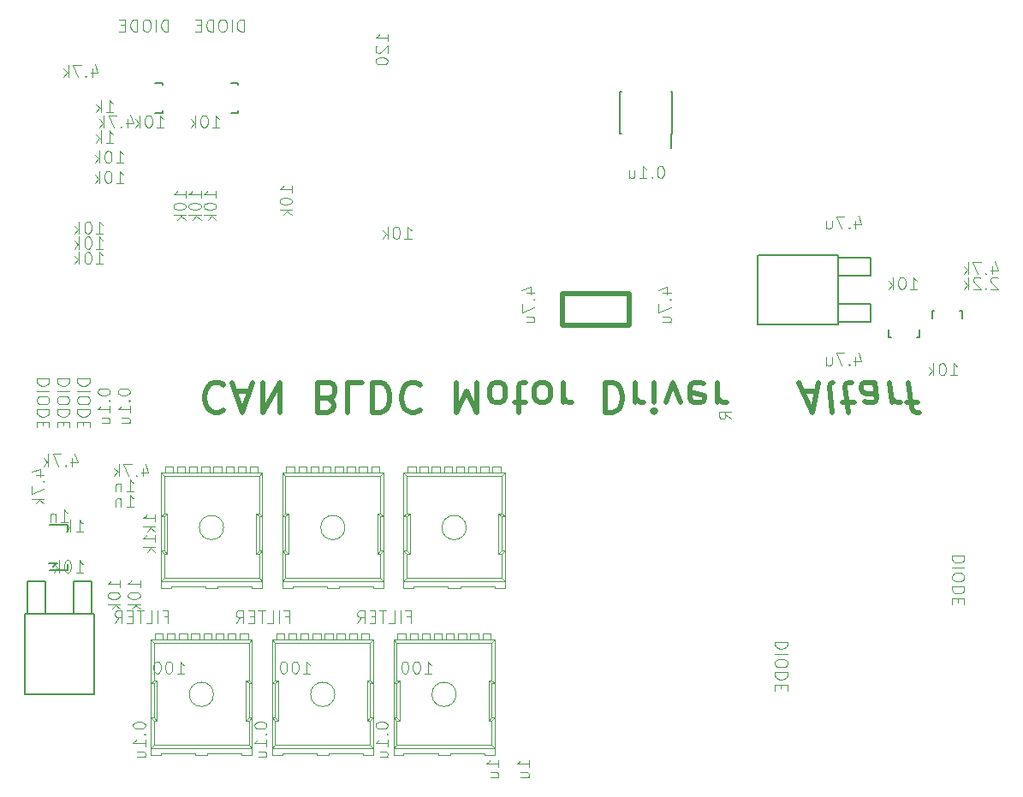
<source format=gbr>
G04 #@! TF.FileFunction,Legend,Bot*
%FSLAX46Y46*%
G04 Gerber Fmt 4.6, Leading zero omitted, Abs format (unit mm)*
G04 Created by KiCad (PCBNEW 4.0.6) date 04/15/17 20:26:01*
%MOMM*%
%LPD*%
G01*
G04 APERTURE LIST*
%ADD10C,0.100000*%
%ADD11C,0.500000*%
%ADD12C,0.150000*%
%ADD13C,0.101600*%
G04 APERTURE END LIST*
D10*
D11*
X20214286Y-40928571D02*
X20071429Y-40785714D01*
X19642858Y-40642857D01*
X19357144Y-40642857D01*
X18928572Y-40785714D01*
X18642858Y-41071429D01*
X18500001Y-41357143D01*
X18357144Y-41928571D01*
X18357144Y-42357143D01*
X18500001Y-42928571D01*
X18642858Y-43214286D01*
X18928572Y-43500000D01*
X19357144Y-43642857D01*
X19642858Y-43642857D01*
X20071429Y-43500000D01*
X20214286Y-43357143D01*
X21357144Y-41500000D02*
X22785715Y-41500000D01*
X21071429Y-40642857D02*
X22071429Y-43642857D01*
X23071429Y-40642857D01*
X24071430Y-40642857D02*
X24071430Y-43642857D01*
X25785715Y-40642857D01*
X25785715Y-43642857D01*
X30500001Y-42214286D02*
X30928572Y-42071429D01*
X31071429Y-41928571D01*
X31214286Y-41642857D01*
X31214286Y-41214286D01*
X31071429Y-40928571D01*
X30928572Y-40785714D01*
X30642858Y-40642857D01*
X29500001Y-40642857D01*
X29500001Y-43642857D01*
X30500001Y-43642857D01*
X30785715Y-43500000D01*
X30928572Y-43357143D01*
X31071429Y-43071429D01*
X31071429Y-42785714D01*
X30928572Y-42500000D01*
X30785715Y-42357143D01*
X30500001Y-42214286D01*
X29500001Y-42214286D01*
X33928572Y-40642857D02*
X32500001Y-40642857D01*
X32500001Y-43642857D01*
X34928572Y-40642857D02*
X34928572Y-43642857D01*
X35642857Y-43642857D01*
X36071429Y-43500000D01*
X36357143Y-43214286D01*
X36500000Y-42928571D01*
X36642857Y-42357143D01*
X36642857Y-41928571D01*
X36500000Y-41357143D01*
X36357143Y-41071429D01*
X36071429Y-40785714D01*
X35642857Y-40642857D01*
X34928572Y-40642857D01*
X39642857Y-40928571D02*
X39500000Y-40785714D01*
X39071429Y-40642857D01*
X38785715Y-40642857D01*
X38357143Y-40785714D01*
X38071429Y-41071429D01*
X37928572Y-41357143D01*
X37785715Y-41928571D01*
X37785715Y-42357143D01*
X37928572Y-42928571D01*
X38071429Y-43214286D01*
X38357143Y-43500000D01*
X38785715Y-43642857D01*
X39071429Y-43642857D01*
X39500000Y-43500000D01*
X39642857Y-43357143D01*
X43214286Y-40642857D02*
X43214286Y-43642857D01*
X44214286Y-41500000D01*
X45214286Y-43642857D01*
X45214286Y-40642857D01*
X47071428Y-40642857D02*
X46785714Y-40785714D01*
X46642857Y-40928571D01*
X46500000Y-41214286D01*
X46500000Y-42071429D01*
X46642857Y-42357143D01*
X46785714Y-42500000D01*
X47071428Y-42642857D01*
X47500000Y-42642857D01*
X47785714Y-42500000D01*
X47928571Y-42357143D01*
X48071428Y-42071429D01*
X48071428Y-41214286D01*
X47928571Y-40928571D01*
X47785714Y-40785714D01*
X47500000Y-40642857D01*
X47071428Y-40642857D01*
X48928571Y-42642857D02*
X50071428Y-42642857D01*
X49357143Y-43642857D02*
X49357143Y-41071429D01*
X49500000Y-40785714D01*
X49785714Y-40642857D01*
X50071428Y-40642857D01*
X51500000Y-40642857D02*
X51214286Y-40785714D01*
X51071429Y-40928571D01*
X50928572Y-41214286D01*
X50928572Y-42071429D01*
X51071429Y-42357143D01*
X51214286Y-42500000D01*
X51500000Y-42642857D01*
X51928572Y-42642857D01*
X52214286Y-42500000D01*
X52357143Y-42357143D01*
X52500000Y-42071429D01*
X52500000Y-41214286D01*
X52357143Y-40928571D01*
X52214286Y-40785714D01*
X51928572Y-40642857D01*
X51500000Y-40642857D01*
X53785715Y-40642857D02*
X53785715Y-42642857D01*
X53785715Y-42071429D02*
X53928572Y-42357143D01*
X54071429Y-42500000D01*
X54357143Y-42642857D01*
X54642858Y-42642857D01*
X57928572Y-40642857D02*
X57928572Y-43642857D01*
X58642857Y-43642857D01*
X59071429Y-43500000D01*
X59357143Y-43214286D01*
X59500000Y-42928571D01*
X59642857Y-42357143D01*
X59642857Y-41928571D01*
X59500000Y-41357143D01*
X59357143Y-41071429D01*
X59071429Y-40785714D01*
X58642857Y-40642857D01*
X57928572Y-40642857D01*
X60928572Y-40642857D02*
X60928572Y-42642857D01*
X60928572Y-42071429D02*
X61071429Y-42357143D01*
X61214286Y-42500000D01*
X61500000Y-42642857D01*
X61785715Y-42642857D01*
X62785715Y-40642857D02*
X62785715Y-42642857D01*
X62785715Y-43642857D02*
X62642858Y-43500000D01*
X62785715Y-43357143D01*
X62928572Y-43500000D01*
X62785715Y-43642857D01*
X62785715Y-43357143D01*
X63928571Y-42642857D02*
X64642857Y-40642857D01*
X65357143Y-42642857D01*
X67642857Y-40785714D02*
X67357143Y-40642857D01*
X66785714Y-40642857D01*
X66500000Y-40785714D01*
X66357143Y-41071429D01*
X66357143Y-42214286D01*
X66500000Y-42500000D01*
X66785714Y-42642857D01*
X67357143Y-42642857D01*
X67642857Y-42500000D01*
X67785714Y-42214286D01*
X67785714Y-41928571D01*
X66357143Y-41642857D01*
X69071429Y-40642857D02*
X69071429Y-42642857D01*
X69071429Y-42071429D02*
X69214286Y-42357143D01*
X69357143Y-42500000D01*
X69642857Y-42642857D01*
X69928572Y-42642857D01*
X77437500Y-41500000D02*
X78866071Y-41500000D01*
X77044642Y-40642857D02*
X78419642Y-43642857D01*
X79044642Y-40642857D01*
X80473214Y-40642857D02*
X80205357Y-40785714D01*
X80098215Y-41071429D01*
X80419643Y-43642857D01*
X81437500Y-42642857D02*
X82580357Y-42642857D01*
X81991072Y-43642857D02*
X81669644Y-41071429D01*
X81776786Y-40785714D01*
X82044643Y-40642857D01*
X82330357Y-40642857D01*
X84616072Y-40642857D02*
X84812501Y-42214286D01*
X84705358Y-42500000D01*
X84437501Y-42642857D01*
X83866072Y-42642857D01*
X83562501Y-42500000D01*
X84633929Y-40785714D02*
X84330358Y-40642857D01*
X83616072Y-40642857D01*
X83348215Y-40785714D01*
X83241073Y-41071429D01*
X83276787Y-41357143D01*
X83455358Y-41642857D01*
X83758929Y-41785714D01*
X84473215Y-41785714D01*
X84776786Y-41928571D01*
X86044644Y-40642857D02*
X86294644Y-42642857D01*
X86223216Y-42071429D02*
X86401787Y-42357143D01*
X86562501Y-42500000D01*
X86866072Y-42642857D01*
X87151787Y-42642857D01*
X87723215Y-42642857D02*
X88866072Y-42642857D01*
X87901787Y-40642857D02*
X88223216Y-43214286D01*
X88401787Y-43500000D01*
X88705358Y-43642857D01*
X88991072Y-43642857D01*
D12*
X5397000Y-63524000D02*
X5397000Y-60349000D01*
X5397000Y-60349000D02*
X7175000Y-60349000D01*
X7175000Y-60349000D02*
X7175000Y-63524000D01*
X825000Y-63524000D02*
X825000Y-60349000D01*
X825000Y-60349000D02*
X2603000Y-60349000D01*
X2603000Y-60349000D02*
X2603000Y-63524000D01*
X7429000Y-69620000D02*
X7429000Y-63524000D01*
X7429000Y-63524000D02*
X571000Y-63524000D01*
X571000Y-63524000D02*
X571000Y-71398000D01*
X571000Y-71525000D02*
X7429000Y-71525000D01*
X7429000Y-71398000D02*
X7429000Y-69620000D01*
X64575000Y-16075000D02*
X64430000Y-16075000D01*
X64575000Y-11925000D02*
X64430000Y-11925000D01*
X59425000Y-11925000D02*
X59570000Y-11925000D01*
X59425000Y-16075000D02*
X59570000Y-16075000D01*
X64575000Y-16075000D02*
X64575000Y-11925000D01*
X59425000Y-16075000D02*
X59425000Y-11925000D01*
X64430000Y-16075000D02*
X64430000Y-17475000D01*
X80976000Y-32897000D02*
X84151000Y-32897000D01*
X84151000Y-32897000D02*
X84151000Y-34675000D01*
X84151000Y-34675000D02*
X80976000Y-34675000D01*
X80976000Y-28325000D02*
X84151000Y-28325000D01*
X84151000Y-28325000D02*
X84151000Y-30103000D01*
X84151000Y-30103000D02*
X80976000Y-30103000D01*
X74880000Y-34929000D02*
X80976000Y-34929000D01*
X80976000Y-34929000D02*
X80976000Y-28071000D01*
X80976000Y-28071000D02*
X73102000Y-28071000D01*
X72975000Y-28071000D02*
X72975000Y-34929000D01*
X73102000Y-34929000D02*
X74880000Y-34929000D01*
X3299340Y-58899920D02*
X3599060Y-58651000D01*
X3599060Y-58651000D02*
X3748920Y-58549400D01*
X3748920Y-58549400D02*
X2900560Y-58549400D01*
X4800480Y-59250440D02*
X2999620Y-59250440D01*
X4800480Y-59250440D02*
X4800480Y-58600200D01*
X4800480Y-54749560D02*
X2999620Y-54749560D01*
X4800480Y-54749560D02*
X4800480Y-55399800D01*
D10*
X34000000Y-77500000D02*
X35000000Y-77500000D01*
X29400000Y-77500000D02*
X30600000Y-77500000D01*
X26000000Y-77500000D02*
X25000000Y-77500000D01*
X29400000Y-77500000D02*
X29400000Y-77300000D01*
X29400000Y-77300000D02*
X26000000Y-77300000D01*
X26000000Y-77300000D02*
X26000000Y-77500000D01*
X34000000Y-77300000D02*
X30600000Y-77300000D01*
X34000000Y-77500000D02*
X34000000Y-77300000D01*
X30600000Y-77500000D02*
X30600000Y-77300000D01*
X35000000Y-77500000D02*
X35000000Y-76800000D01*
X25000000Y-77500000D02*
X25000000Y-76800000D01*
X27400000Y-66100000D02*
X27400000Y-65500000D01*
X27400000Y-65500000D02*
X26600000Y-65500000D01*
X26600000Y-65500000D02*
X26600000Y-66100000D01*
X28600000Y-66100000D02*
X28600000Y-65500000D01*
X28600000Y-65500000D02*
X27800000Y-65500000D01*
X27800000Y-65500000D02*
X27800000Y-66100000D01*
X33800000Y-66100000D02*
X33800000Y-65500000D01*
X33800000Y-65500000D02*
X34600000Y-65500000D01*
X34600000Y-65500000D02*
X34600000Y-66100000D01*
X32600000Y-66100000D02*
X32600000Y-65500000D01*
X32600000Y-65500000D02*
X33400000Y-65500000D01*
X33400000Y-65500000D02*
X33400000Y-66100000D01*
X31400000Y-66100000D02*
X31400000Y-65500000D01*
X31400000Y-65500000D02*
X32200000Y-65500000D01*
X32200000Y-65500000D02*
X32200000Y-66100000D01*
X29800000Y-66100000D02*
X29800000Y-65500000D01*
X29800000Y-65500000D02*
X29000000Y-65500000D01*
X29000000Y-65500000D02*
X29000000Y-66100000D01*
X30200000Y-66100000D02*
X30200000Y-65500000D01*
X30200000Y-65500000D02*
X31000000Y-65500000D01*
X31000000Y-65500000D02*
X31000000Y-66100000D01*
X26200000Y-66100000D02*
X26200000Y-65500000D01*
X26200000Y-65500000D02*
X25400000Y-65500000D01*
X25400000Y-66100000D02*
X25400000Y-65500000D01*
X34700000Y-70400000D02*
X35000000Y-70400000D01*
X34700000Y-73800000D02*
X34700000Y-70400000D01*
X34700000Y-70400000D02*
X34400000Y-70100000D01*
X34400000Y-74100000D02*
X34700000Y-73800000D01*
X34700000Y-73800000D02*
X35000000Y-73800000D01*
X34700000Y-70100000D02*
X34400000Y-70100000D01*
X34400000Y-70100000D02*
X34400000Y-74100000D01*
X34400000Y-74100000D02*
X34700000Y-74100000D01*
X34700000Y-66400000D02*
X34700000Y-70100000D01*
X34700000Y-70100000D02*
X35000000Y-70400000D01*
X34700000Y-74100000D02*
X34700000Y-76500000D01*
X34700000Y-74100000D02*
X35000000Y-73800000D01*
X25300000Y-70400000D02*
X25000000Y-70400000D01*
X25300000Y-73800000D02*
X25300000Y-70400000D01*
X25300000Y-70400000D02*
X25600000Y-70100000D01*
X25600000Y-74100000D02*
X25300000Y-73800000D01*
X25300000Y-73800000D02*
X25000000Y-73800000D01*
X25300000Y-70100000D02*
X25600000Y-70100000D01*
X25600000Y-70100000D02*
X25600000Y-74100000D01*
X25600000Y-74100000D02*
X25300000Y-74100000D01*
X25300000Y-74100000D02*
X25300000Y-76500000D01*
X25300000Y-74100000D02*
X25000000Y-73800000D01*
X25300000Y-70100000D02*
X25300000Y-66400000D01*
X25300000Y-70100000D02*
X25000000Y-70400000D01*
X25000000Y-76800000D02*
X25000000Y-66100000D01*
X35000000Y-66100000D02*
X35000000Y-76800000D01*
X25300000Y-66400000D02*
X34700000Y-66400000D01*
X25300000Y-66400000D02*
X25000000Y-66100000D01*
X35000000Y-66100000D02*
X34700000Y-66400000D01*
X25000000Y-66100000D02*
X35000000Y-66100000D01*
X25000000Y-76800000D02*
X25300000Y-76500000D01*
X25300000Y-76500000D02*
X34700000Y-76500000D01*
X34700000Y-76500000D02*
X35000000Y-76800000D01*
X25000000Y-76800000D02*
X35000000Y-76800000D01*
X31200000Y-71500000D02*
G75*
G03X31200000Y-71500000I-1200000J0D01*
G01*
X35000000Y-61000000D02*
X36000000Y-61000000D01*
X30400000Y-61000000D02*
X31600000Y-61000000D01*
X27000000Y-61000000D02*
X26000000Y-61000000D01*
X30400000Y-61000000D02*
X30400000Y-60800000D01*
X30400000Y-60800000D02*
X27000000Y-60800000D01*
X27000000Y-60800000D02*
X27000000Y-61000000D01*
X35000000Y-60800000D02*
X31600000Y-60800000D01*
X35000000Y-61000000D02*
X35000000Y-60800000D01*
X31600000Y-61000000D02*
X31600000Y-60800000D01*
X36000000Y-61000000D02*
X36000000Y-60300000D01*
X26000000Y-61000000D02*
X26000000Y-60300000D01*
X28400000Y-49600000D02*
X28400000Y-49000000D01*
X28400000Y-49000000D02*
X27600000Y-49000000D01*
X27600000Y-49000000D02*
X27600000Y-49600000D01*
X29600000Y-49600000D02*
X29600000Y-49000000D01*
X29600000Y-49000000D02*
X28800000Y-49000000D01*
X28800000Y-49000000D02*
X28800000Y-49600000D01*
X34800000Y-49600000D02*
X34800000Y-49000000D01*
X34800000Y-49000000D02*
X35600000Y-49000000D01*
X35600000Y-49000000D02*
X35600000Y-49600000D01*
X33600000Y-49600000D02*
X33600000Y-49000000D01*
X33600000Y-49000000D02*
X34400000Y-49000000D01*
X34400000Y-49000000D02*
X34400000Y-49600000D01*
X32400000Y-49600000D02*
X32400000Y-49000000D01*
X32400000Y-49000000D02*
X33200000Y-49000000D01*
X33200000Y-49000000D02*
X33200000Y-49600000D01*
X30800000Y-49600000D02*
X30800000Y-49000000D01*
X30800000Y-49000000D02*
X30000000Y-49000000D01*
X30000000Y-49000000D02*
X30000000Y-49600000D01*
X31200000Y-49600000D02*
X31200000Y-49000000D01*
X31200000Y-49000000D02*
X32000000Y-49000000D01*
X32000000Y-49000000D02*
X32000000Y-49600000D01*
X27200000Y-49600000D02*
X27200000Y-49000000D01*
X27200000Y-49000000D02*
X26400000Y-49000000D01*
X26400000Y-49600000D02*
X26400000Y-49000000D01*
X35700000Y-53900000D02*
X36000000Y-53900000D01*
X35700000Y-57300000D02*
X35700000Y-53900000D01*
X35700000Y-53900000D02*
X35400000Y-53600000D01*
X35400000Y-57600000D02*
X35700000Y-57300000D01*
X35700000Y-57300000D02*
X36000000Y-57300000D01*
X35700000Y-53600000D02*
X35400000Y-53600000D01*
X35400000Y-53600000D02*
X35400000Y-57600000D01*
X35400000Y-57600000D02*
X35700000Y-57600000D01*
X35700000Y-49900000D02*
X35700000Y-53600000D01*
X35700000Y-53600000D02*
X36000000Y-53900000D01*
X35700000Y-57600000D02*
X35700000Y-60000000D01*
X35700000Y-57600000D02*
X36000000Y-57300000D01*
X26300000Y-53900000D02*
X26000000Y-53900000D01*
X26300000Y-57300000D02*
X26300000Y-53900000D01*
X26300000Y-53900000D02*
X26600000Y-53600000D01*
X26600000Y-57600000D02*
X26300000Y-57300000D01*
X26300000Y-57300000D02*
X26000000Y-57300000D01*
X26300000Y-53600000D02*
X26600000Y-53600000D01*
X26600000Y-53600000D02*
X26600000Y-57600000D01*
X26600000Y-57600000D02*
X26300000Y-57600000D01*
X26300000Y-57600000D02*
X26300000Y-60000000D01*
X26300000Y-57600000D02*
X26000000Y-57300000D01*
X26300000Y-53600000D02*
X26300000Y-49900000D01*
X26300000Y-53600000D02*
X26000000Y-53900000D01*
X26000000Y-60300000D02*
X26000000Y-49600000D01*
X36000000Y-49600000D02*
X36000000Y-60300000D01*
X26300000Y-49900000D02*
X35700000Y-49900000D01*
X26300000Y-49900000D02*
X26000000Y-49600000D01*
X36000000Y-49600000D02*
X35700000Y-49900000D01*
X26000000Y-49600000D02*
X36000000Y-49600000D01*
X26000000Y-60300000D02*
X26300000Y-60000000D01*
X26300000Y-60000000D02*
X35700000Y-60000000D01*
X35700000Y-60000000D02*
X36000000Y-60300000D01*
X26000000Y-60300000D02*
X36000000Y-60300000D01*
X32200000Y-55000000D02*
G75*
G03X32200000Y-55000000I-1200000J0D01*
G01*
X22000000Y-77500000D02*
X23000000Y-77500000D01*
X17400000Y-77500000D02*
X18600000Y-77500000D01*
X14000000Y-77500000D02*
X13000000Y-77500000D01*
X17400000Y-77500000D02*
X17400000Y-77300000D01*
X17400000Y-77300000D02*
X14000000Y-77300000D01*
X14000000Y-77300000D02*
X14000000Y-77500000D01*
X22000000Y-77300000D02*
X18600000Y-77300000D01*
X22000000Y-77500000D02*
X22000000Y-77300000D01*
X18600000Y-77500000D02*
X18600000Y-77300000D01*
X23000000Y-77500000D02*
X23000000Y-76800000D01*
X13000000Y-77500000D02*
X13000000Y-76800000D01*
X15400000Y-66100000D02*
X15400000Y-65500000D01*
X15400000Y-65500000D02*
X14600000Y-65500000D01*
X14600000Y-65500000D02*
X14600000Y-66100000D01*
X16600000Y-66100000D02*
X16600000Y-65500000D01*
X16600000Y-65500000D02*
X15800000Y-65500000D01*
X15800000Y-65500000D02*
X15800000Y-66100000D01*
X21800000Y-66100000D02*
X21800000Y-65500000D01*
X21800000Y-65500000D02*
X22600000Y-65500000D01*
X22600000Y-65500000D02*
X22600000Y-66100000D01*
X20600000Y-66100000D02*
X20600000Y-65500000D01*
X20600000Y-65500000D02*
X21400000Y-65500000D01*
X21400000Y-65500000D02*
X21400000Y-66100000D01*
X19400000Y-66100000D02*
X19400000Y-65500000D01*
X19400000Y-65500000D02*
X20200000Y-65500000D01*
X20200000Y-65500000D02*
X20200000Y-66100000D01*
X17800000Y-66100000D02*
X17800000Y-65500000D01*
X17800000Y-65500000D02*
X17000000Y-65500000D01*
X17000000Y-65500000D02*
X17000000Y-66100000D01*
X18200000Y-66100000D02*
X18200000Y-65500000D01*
X18200000Y-65500000D02*
X19000000Y-65500000D01*
X19000000Y-65500000D02*
X19000000Y-66100000D01*
X14200000Y-66100000D02*
X14200000Y-65500000D01*
X14200000Y-65500000D02*
X13400000Y-65500000D01*
X13400000Y-66100000D02*
X13400000Y-65500000D01*
X22700000Y-70400000D02*
X23000000Y-70400000D01*
X22700000Y-73800000D02*
X22700000Y-70400000D01*
X22700000Y-70400000D02*
X22400000Y-70100000D01*
X22400000Y-74100000D02*
X22700000Y-73800000D01*
X22700000Y-73800000D02*
X23000000Y-73800000D01*
X22700000Y-70100000D02*
X22400000Y-70100000D01*
X22400000Y-70100000D02*
X22400000Y-74100000D01*
X22400000Y-74100000D02*
X22700000Y-74100000D01*
X22700000Y-66400000D02*
X22700000Y-70100000D01*
X22700000Y-70100000D02*
X23000000Y-70400000D01*
X22700000Y-74100000D02*
X22700000Y-76500000D01*
X22700000Y-74100000D02*
X23000000Y-73800000D01*
X13300000Y-70400000D02*
X13000000Y-70400000D01*
X13300000Y-73800000D02*
X13300000Y-70400000D01*
X13300000Y-70400000D02*
X13600000Y-70100000D01*
X13600000Y-74100000D02*
X13300000Y-73800000D01*
X13300000Y-73800000D02*
X13000000Y-73800000D01*
X13300000Y-70100000D02*
X13600000Y-70100000D01*
X13600000Y-70100000D02*
X13600000Y-74100000D01*
X13600000Y-74100000D02*
X13300000Y-74100000D01*
X13300000Y-74100000D02*
X13300000Y-76500000D01*
X13300000Y-74100000D02*
X13000000Y-73800000D01*
X13300000Y-70100000D02*
X13300000Y-66400000D01*
X13300000Y-70100000D02*
X13000000Y-70400000D01*
X13000000Y-76800000D02*
X13000000Y-66100000D01*
X23000000Y-66100000D02*
X23000000Y-76800000D01*
X13300000Y-66400000D02*
X22700000Y-66400000D01*
X13300000Y-66400000D02*
X13000000Y-66100000D01*
X23000000Y-66100000D02*
X22700000Y-66400000D01*
X13000000Y-66100000D02*
X23000000Y-66100000D01*
X13000000Y-76800000D02*
X13300000Y-76500000D01*
X13300000Y-76500000D02*
X22700000Y-76500000D01*
X22700000Y-76500000D02*
X23000000Y-76800000D01*
X13000000Y-76800000D02*
X23000000Y-76800000D01*
X19200000Y-71500000D02*
G75*
G03X19200000Y-71500000I-1200000J0D01*
G01*
X23000000Y-61000000D02*
X24000000Y-61000000D01*
X18400000Y-61000000D02*
X19600000Y-61000000D01*
X15000000Y-61000000D02*
X14000000Y-61000000D01*
X18400000Y-61000000D02*
X18400000Y-60800000D01*
X18400000Y-60800000D02*
X15000000Y-60800000D01*
X15000000Y-60800000D02*
X15000000Y-61000000D01*
X23000000Y-60800000D02*
X19600000Y-60800000D01*
X23000000Y-61000000D02*
X23000000Y-60800000D01*
X19600000Y-61000000D02*
X19600000Y-60800000D01*
X24000000Y-61000000D02*
X24000000Y-60300000D01*
X14000000Y-61000000D02*
X14000000Y-60300000D01*
X16400000Y-49600000D02*
X16400000Y-49000000D01*
X16400000Y-49000000D02*
X15600000Y-49000000D01*
X15600000Y-49000000D02*
X15600000Y-49600000D01*
X17600000Y-49600000D02*
X17600000Y-49000000D01*
X17600000Y-49000000D02*
X16800000Y-49000000D01*
X16800000Y-49000000D02*
X16800000Y-49600000D01*
X22800000Y-49600000D02*
X22800000Y-49000000D01*
X22800000Y-49000000D02*
X23600000Y-49000000D01*
X23600000Y-49000000D02*
X23600000Y-49600000D01*
X21600000Y-49600000D02*
X21600000Y-49000000D01*
X21600000Y-49000000D02*
X22400000Y-49000000D01*
X22400000Y-49000000D02*
X22400000Y-49600000D01*
X20400000Y-49600000D02*
X20400000Y-49000000D01*
X20400000Y-49000000D02*
X21200000Y-49000000D01*
X21200000Y-49000000D02*
X21200000Y-49600000D01*
X18800000Y-49600000D02*
X18800000Y-49000000D01*
X18800000Y-49000000D02*
X18000000Y-49000000D01*
X18000000Y-49000000D02*
X18000000Y-49600000D01*
X19200000Y-49600000D02*
X19200000Y-49000000D01*
X19200000Y-49000000D02*
X20000000Y-49000000D01*
X20000000Y-49000000D02*
X20000000Y-49600000D01*
X15200000Y-49600000D02*
X15200000Y-49000000D01*
X15200000Y-49000000D02*
X14400000Y-49000000D01*
X14400000Y-49600000D02*
X14400000Y-49000000D01*
X23700000Y-53900000D02*
X24000000Y-53900000D01*
X23700000Y-57300000D02*
X23700000Y-53900000D01*
X23700000Y-53900000D02*
X23400000Y-53600000D01*
X23400000Y-57600000D02*
X23700000Y-57300000D01*
X23700000Y-57300000D02*
X24000000Y-57300000D01*
X23700000Y-53600000D02*
X23400000Y-53600000D01*
X23400000Y-53600000D02*
X23400000Y-57600000D01*
X23400000Y-57600000D02*
X23700000Y-57600000D01*
X23700000Y-49900000D02*
X23700000Y-53600000D01*
X23700000Y-53600000D02*
X24000000Y-53900000D01*
X23700000Y-57600000D02*
X23700000Y-60000000D01*
X23700000Y-57600000D02*
X24000000Y-57300000D01*
X14300000Y-53900000D02*
X14000000Y-53900000D01*
X14300000Y-57300000D02*
X14300000Y-53900000D01*
X14300000Y-53900000D02*
X14600000Y-53600000D01*
X14600000Y-57600000D02*
X14300000Y-57300000D01*
X14300000Y-57300000D02*
X14000000Y-57300000D01*
X14300000Y-53600000D02*
X14600000Y-53600000D01*
X14600000Y-53600000D02*
X14600000Y-57600000D01*
X14600000Y-57600000D02*
X14300000Y-57600000D01*
X14300000Y-57600000D02*
X14300000Y-60000000D01*
X14300000Y-57600000D02*
X14000000Y-57300000D01*
X14300000Y-53600000D02*
X14300000Y-49900000D01*
X14300000Y-53600000D02*
X14000000Y-53900000D01*
X14000000Y-60300000D02*
X14000000Y-49600000D01*
X24000000Y-49600000D02*
X24000000Y-60300000D01*
X14300000Y-49900000D02*
X23700000Y-49900000D01*
X14300000Y-49900000D02*
X14000000Y-49600000D01*
X24000000Y-49600000D02*
X23700000Y-49900000D01*
X14000000Y-49600000D02*
X24000000Y-49600000D01*
X14000000Y-60300000D02*
X14300000Y-60000000D01*
X14300000Y-60000000D02*
X23700000Y-60000000D01*
X23700000Y-60000000D02*
X24000000Y-60300000D01*
X14000000Y-60300000D02*
X24000000Y-60300000D01*
X20200000Y-55000000D02*
G75*
G03X20200000Y-55000000I-1200000J0D01*
G01*
X46000000Y-77500000D02*
X47000000Y-77500000D01*
X41400000Y-77500000D02*
X42600000Y-77500000D01*
X38000000Y-77500000D02*
X37000000Y-77500000D01*
X41400000Y-77500000D02*
X41400000Y-77300000D01*
X41400000Y-77300000D02*
X38000000Y-77300000D01*
X38000000Y-77300000D02*
X38000000Y-77500000D01*
X46000000Y-77300000D02*
X42600000Y-77300000D01*
X46000000Y-77500000D02*
X46000000Y-77300000D01*
X42600000Y-77500000D02*
X42600000Y-77300000D01*
X47000000Y-77500000D02*
X47000000Y-76800000D01*
X37000000Y-77500000D02*
X37000000Y-76800000D01*
X39400000Y-66100000D02*
X39400000Y-65500000D01*
X39400000Y-65500000D02*
X38600000Y-65500000D01*
X38600000Y-65500000D02*
X38600000Y-66100000D01*
X40600000Y-66100000D02*
X40600000Y-65500000D01*
X40600000Y-65500000D02*
X39800000Y-65500000D01*
X39800000Y-65500000D02*
X39800000Y-66100000D01*
X45800000Y-66100000D02*
X45800000Y-65500000D01*
X45800000Y-65500000D02*
X46600000Y-65500000D01*
X46600000Y-65500000D02*
X46600000Y-66100000D01*
X44600000Y-66100000D02*
X44600000Y-65500000D01*
X44600000Y-65500000D02*
X45400000Y-65500000D01*
X45400000Y-65500000D02*
X45400000Y-66100000D01*
X43400000Y-66100000D02*
X43400000Y-65500000D01*
X43400000Y-65500000D02*
X44200000Y-65500000D01*
X44200000Y-65500000D02*
X44200000Y-66100000D01*
X41800000Y-66100000D02*
X41800000Y-65500000D01*
X41800000Y-65500000D02*
X41000000Y-65500000D01*
X41000000Y-65500000D02*
X41000000Y-66100000D01*
X42200000Y-66100000D02*
X42200000Y-65500000D01*
X42200000Y-65500000D02*
X43000000Y-65500000D01*
X43000000Y-65500000D02*
X43000000Y-66100000D01*
X38200000Y-66100000D02*
X38200000Y-65500000D01*
X38200000Y-65500000D02*
X37400000Y-65500000D01*
X37400000Y-66100000D02*
X37400000Y-65500000D01*
X46700000Y-70400000D02*
X47000000Y-70400000D01*
X46700000Y-73800000D02*
X46700000Y-70400000D01*
X46700000Y-70400000D02*
X46400000Y-70100000D01*
X46400000Y-74100000D02*
X46700000Y-73800000D01*
X46700000Y-73800000D02*
X47000000Y-73800000D01*
X46700000Y-70100000D02*
X46400000Y-70100000D01*
X46400000Y-70100000D02*
X46400000Y-74100000D01*
X46400000Y-74100000D02*
X46700000Y-74100000D01*
X46700000Y-66400000D02*
X46700000Y-70100000D01*
X46700000Y-70100000D02*
X47000000Y-70400000D01*
X46700000Y-74100000D02*
X46700000Y-76500000D01*
X46700000Y-74100000D02*
X47000000Y-73800000D01*
X37300000Y-70400000D02*
X37000000Y-70400000D01*
X37300000Y-73800000D02*
X37300000Y-70400000D01*
X37300000Y-70400000D02*
X37600000Y-70100000D01*
X37600000Y-74100000D02*
X37300000Y-73800000D01*
X37300000Y-73800000D02*
X37000000Y-73800000D01*
X37300000Y-70100000D02*
X37600000Y-70100000D01*
X37600000Y-70100000D02*
X37600000Y-74100000D01*
X37600000Y-74100000D02*
X37300000Y-74100000D01*
X37300000Y-74100000D02*
X37300000Y-76500000D01*
X37300000Y-74100000D02*
X37000000Y-73800000D01*
X37300000Y-70100000D02*
X37300000Y-66400000D01*
X37300000Y-70100000D02*
X37000000Y-70400000D01*
X37000000Y-76800000D02*
X37000000Y-66100000D01*
X47000000Y-66100000D02*
X47000000Y-76800000D01*
X37300000Y-66400000D02*
X46700000Y-66400000D01*
X37300000Y-66400000D02*
X37000000Y-66100000D01*
X47000000Y-66100000D02*
X46700000Y-66400000D01*
X37000000Y-66100000D02*
X47000000Y-66100000D01*
X37000000Y-76800000D02*
X37300000Y-76500000D01*
X37300000Y-76500000D02*
X46700000Y-76500000D01*
X46700000Y-76500000D02*
X47000000Y-76800000D01*
X37000000Y-76800000D02*
X47000000Y-76800000D01*
X43200000Y-71500000D02*
G75*
G03X43200000Y-71500000I-1200000J0D01*
G01*
X47000000Y-61000000D02*
X48000000Y-61000000D01*
X42400000Y-61000000D02*
X43600000Y-61000000D01*
X39000000Y-61000000D02*
X38000000Y-61000000D01*
X42400000Y-61000000D02*
X42400000Y-60800000D01*
X42400000Y-60800000D02*
X39000000Y-60800000D01*
X39000000Y-60800000D02*
X39000000Y-61000000D01*
X47000000Y-60800000D02*
X43600000Y-60800000D01*
X47000000Y-61000000D02*
X47000000Y-60800000D01*
X43600000Y-61000000D02*
X43600000Y-60800000D01*
X48000000Y-61000000D02*
X48000000Y-60300000D01*
X38000000Y-61000000D02*
X38000000Y-60300000D01*
X40400000Y-49600000D02*
X40400000Y-49000000D01*
X40400000Y-49000000D02*
X39600000Y-49000000D01*
X39600000Y-49000000D02*
X39600000Y-49600000D01*
X41600000Y-49600000D02*
X41600000Y-49000000D01*
X41600000Y-49000000D02*
X40800000Y-49000000D01*
X40800000Y-49000000D02*
X40800000Y-49600000D01*
X46800000Y-49600000D02*
X46800000Y-49000000D01*
X46800000Y-49000000D02*
X47600000Y-49000000D01*
X47600000Y-49000000D02*
X47600000Y-49600000D01*
X45600000Y-49600000D02*
X45600000Y-49000000D01*
X45600000Y-49000000D02*
X46400000Y-49000000D01*
X46400000Y-49000000D02*
X46400000Y-49600000D01*
X44400000Y-49600000D02*
X44400000Y-49000000D01*
X44400000Y-49000000D02*
X45200000Y-49000000D01*
X45200000Y-49000000D02*
X45200000Y-49600000D01*
X42800000Y-49600000D02*
X42800000Y-49000000D01*
X42800000Y-49000000D02*
X42000000Y-49000000D01*
X42000000Y-49000000D02*
X42000000Y-49600000D01*
X43200000Y-49600000D02*
X43200000Y-49000000D01*
X43200000Y-49000000D02*
X44000000Y-49000000D01*
X44000000Y-49000000D02*
X44000000Y-49600000D01*
X39200000Y-49600000D02*
X39200000Y-49000000D01*
X39200000Y-49000000D02*
X38400000Y-49000000D01*
X38400000Y-49600000D02*
X38400000Y-49000000D01*
X47700000Y-53900000D02*
X48000000Y-53900000D01*
X47700000Y-57300000D02*
X47700000Y-53900000D01*
X47700000Y-53900000D02*
X47400000Y-53600000D01*
X47400000Y-57600000D02*
X47700000Y-57300000D01*
X47700000Y-57300000D02*
X48000000Y-57300000D01*
X47700000Y-53600000D02*
X47400000Y-53600000D01*
X47400000Y-53600000D02*
X47400000Y-57600000D01*
X47400000Y-57600000D02*
X47700000Y-57600000D01*
X47700000Y-49900000D02*
X47700000Y-53600000D01*
X47700000Y-53600000D02*
X48000000Y-53900000D01*
X47700000Y-57600000D02*
X47700000Y-60000000D01*
X47700000Y-57600000D02*
X48000000Y-57300000D01*
X38300000Y-53900000D02*
X38000000Y-53900000D01*
X38300000Y-57300000D02*
X38300000Y-53900000D01*
X38300000Y-53900000D02*
X38600000Y-53600000D01*
X38600000Y-57600000D02*
X38300000Y-57300000D01*
X38300000Y-57300000D02*
X38000000Y-57300000D01*
X38300000Y-53600000D02*
X38600000Y-53600000D01*
X38600000Y-53600000D02*
X38600000Y-57600000D01*
X38600000Y-57600000D02*
X38300000Y-57600000D01*
X38300000Y-57600000D02*
X38300000Y-60000000D01*
X38300000Y-57600000D02*
X38000000Y-57300000D01*
X38300000Y-53600000D02*
X38300000Y-49900000D01*
X38300000Y-53600000D02*
X38000000Y-53900000D01*
X38000000Y-60300000D02*
X38000000Y-49600000D01*
X48000000Y-49600000D02*
X48000000Y-60300000D01*
X38300000Y-49900000D02*
X47700000Y-49900000D01*
X38300000Y-49900000D02*
X38000000Y-49600000D01*
X48000000Y-49600000D02*
X47700000Y-49900000D01*
X38000000Y-49600000D02*
X48000000Y-49600000D01*
X38000000Y-60300000D02*
X38300000Y-60000000D01*
X38300000Y-60000000D02*
X47700000Y-60000000D01*
X47700000Y-60000000D02*
X48000000Y-60300000D01*
X38000000Y-60300000D02*
X48000000Y-60300000D01*
X44200000Y-55000000D02*
G75*
G03X44200000Y-55000000I-1200000J0D01*
G01*
D12*
X13449200Y-13999820D02*
X14150240Y-13999820D01*
X14150240Y-13999820D02*
X14150240Y-13750900D01*
X14150240Y-11200840D02*
X14150240Y-11000180D01*
X14150240Y-11000180D02*
X13449200Y-11000180D01*
X20949200Y-13999820D02*
X21650240Y-13999820D01*
X21650240Y-13999820D02*
X21650240Y-13750900D01*
X21650240Y-11200840D02*
X21650240Y-11000180D01*
X21650240Y-11000180D02*
X20949200Y-11000180D01*
X93249820Y-34300800D02*
X93249820Y-33599760D01*
X93249820Y-33599760D02*
X93000900Y-33599760D01*
X90450840Y-33599760D02*
X90250180Y-33599760D01*
X90250180Y-33599760D02*
X90250180Y-34300800D01*
X86000180Y-35449200D02*
X86000180Y-36150240D01*
X86000180Y-36150240D02*
X86249100Y-36150240D01*
X88799160Y-36150240D02*
X88999820Y-36150240D01*
X88999820Y-36150240D02*
X88999820Y-35449200D01*
D11*
X60300000Y-35000000D02*
X60300000Y-31900000D01*
X53700000Y-35000000D02*
X53700000Y-31900000D01*
X53700000Y-31900000D02*
X60300000Y-31900000D01*
X53700000Y-35000000D02*
X60300000Y-35000000D01*
D13*
X35236048Y-74517071D02*
X35236048Y-74631976D01*
X35293500Y-74746881D01*
X35350952Y-74804333D01*
X35465857Y-74861786D01*
X35695667Y-74919238D01*
X35982929Y-74919238D01*
X36212738Y-74861786D01*
X36327643Y-74804333D01*
X36385095Y-74746881D01*
X36442548Y-74631976D01*
X36442548Y-74517071D01*
X36385095Y-74402167D01*
X36327643Y-74344714D01*
X36212738Y-74287262D01*
X35982929Y-74229810D01*
X35695667Y-74229810D01*
X35465857Y-74287262D01*
X35350952Y-74344714D01*
X35293500Y-74402167D01*
X35236048Y-74517071D01*
X36327643Y-75436310D02*
X36385095Y-75493762D01*
X36442548Y-75436310D01*
X36385095Y-75378858D01*
X36327643Y-75436310D01*
X36442548Y-75436310D01*
X36442548Y-76642810D02*
X36442548Y-75953382D01*
X36442548Y-76298096D02*
X35236048Y-76298096D01*
X35408405Y-76183191D01*
X35523310Y-76068286D01*
X35580762Y-75953382D01*
X35638214Y-77676953D02*
X36442548Y-77676953D01*
X35638214Y-77159882D02*
X36270190Y-77159882D01*
X36385095Y-77217334D01*
X36442548Y-77332239D01*
X36442548Y-77504596D01*
X36385095Y-77619501D01*
X36327643Y-77676953D01*
X26310571Y-63810571D02*
X26712738Y-63810571D01*
X26712738Y-64442548D02*
X26712738Y-63236048D01*
X26138214Y-63236048D01*
X25678595Y-64442548D02*
X25678595Y-63236048D01*
X24529547Y-64442548D02*
X25104071Y-64442548D01*
X25104071Y-63236048D01*
X24299738Y-63236048D02*
X23610310Y-63236048D01*
X23955024Y-64442548D02*
X23955024Y-63236048D01*
X23208143Y-63810571D02*
X22805976Y-63810571D01*
X22633619Y-64442548D02*
X23208143Y-64442548D01*
X23208143Y-63236048D01*
X22633619Y-63236048D01*
X21427120Y-64442548D02*
X21829286Y-63868024D01*
X22116548Y-64442548D02*
X22116548Y-63236048D01*
X21656929Y-63236048D01*
X21542024Y-63293500D01*
X21484572Y-63350952D01*
X21427120Y-63465857D01*
X21427120Y-63638214D01*
X21484572Y-63753119D01*
X21542024Y-63810571D01*
X21656929Y-63868024D01*
X22116548Y-63868024D01*
X14310571Y-63810571D02*
X14712738Y-63810571D01*
X14712738Y-64442548D02*
X14712738Y-63236048D01*
X14138214Y-63236048D01*
X13678595Y-64442548D02*
X13678595Y-63236048D01*
X12529547Y-64442548D02*
X13104071Y-64442548D01*
X13104071Y-63236048D01*
X12299738Y-63236048D02*
X11610310Y-63236048D01*
X11955024Y-64442548D02*
X11955024Y-63236048D01*
X11208143Y-63810571D02*
X10805976Y-63810571D01*
X10633619Y-64442548D02*
X11208143Y-64442548D01*
X11208143Y-63236048D01*
X10633619Y-63236048D01*
X9427120Y-64442548D02*
X9829286Y-63868024D01*
X10116548Y-64442548D02*
X10116548Y-63236048D01*
X9656929Y-63236048D01*
X9542024Y-63293500D01*
X9484572Y-63350952D01*
X9427120Y-63465857D01*
X9427120Y-63638214D01*
X9484572Y-63753119D01*
X9542024Y-63810571D01*
X9656929Y-63868024D01*
X10116548Y-63868024D01*
X38310571Y-63810571D02*
X38712738Y-63810571D01*
X38712738Y-64442548D02*
X38712738Y-63236048D01*
X38138214Y-63236048D01*
X37678595Y-64442548D02*
X37678595Y-63236048D01*
X36529547Y-64442548D02*
X37104071Y-64442548D01*
X37104071Y-63236048D01*
X36299738Y-63236048D02*
X35610310Y-63236048D01*
X35955024Y-64442548D02*
X35955024Y-63236048D01*
X35208143Y-63810571D02*
X34805976Y-63810571D01*
X34633619Y-64442548D02*
X35208143Y-64442548D01*
X35208143Y-63236048D01*
X34633619Y-63236048D01*
X33427120Y-64442548D02*
X33829286Y-63868024D01*
X34116548Y-64442548D02*
X34116548Y-63236048D01*
X33656929Y-63236048D01*
X33542024Y-63293500D01*
X33484572Y-63350952D01*
X33427120Y-63465857D01*
X33427120Y-63638214D01*
X33484572Y-63753119D01*
X33542024Y-63810571D01*
X33656929Y-63868024D01*
X34116548Y-63868024D01*
X8580762Y-13942548D02*
X9270190Y-13942548D01*
X8925476Y-13942548D02*
X8925476Y-12736048D01*
X9040381Y-12908405D01*
X9155286Y-13023310D01*
X9270190Y-13080762D01*
X8063690Y-13942548D02*
X8063690Y-12736048D01*
X7948785Y-13482929D02*
X7604071Y-13942548D01*
X7604071Y-13138214D02*
X8063690Y-13597833D01*
X8580762Y-16942548D02*
X9270190Y-16942548D01*
X8925476Y-16942548D02*
X8925476Y-15736048D01*
X9040381Y-15908405D01*
X9155286Y-16023310D01*
X9270190Y-16080762D01*
X8063690Y-16942548D02*
X8063690Y-15736048D01*
X7948785Y-16482929D02*
X7604071Y-16942548D01*
X7604071Y-16138214D02*
X8063690Y-16597833D01*
X7580762Y-25942548D02*
X8270190Y-25942548D01*
X7925476Y-25942548D02*
X7925476Y-24736048D01*
X8040381Y-24908405D01*
X8155286Y-25023310D01*
X8270190Y-25080762D01*
X6833881Y-24736048D02*
X6718976Y-24736048D01*
X6604071Y-24793500D01*
X6546619Y-24850952D01*
X6489166Y-24965857D01*
X6431714Y-25195667D01*
X6431714Y-25482929D01*
X6489166Y-25712738D01*
X6546619Y-25827643D01*
X6604071Y-25885095D01*
X6718976Y-25942548D01*
X6833881Y-25942548D01*
X6948785Y-25885095D01*
X7006238Y-25827643D01*
X7063690Y-25712738D01*
X7121142Y-25482929D01*
X7121142Y-25195667D01*
X7063690Y-24965857D01*
X7006238Y-24850952D01*
X6948785Y-24793500D01*
X6833881Y-24736048D01*
X5914642Y-25942548D02*
X5914642Y-24736048D01*
X5799737Y-25482929D02*
X5455023Y-25942548D01*
X5455023Y-25138214D02*
X5914642Y-25597833D01*
X7580762Y-27442548D02*
X8270190Y-27442548D01*
X7925476Y-27442548D02*
X7925476Y-26236048D01*
X8040381Y-26408405D01*
X8155286Y-26523310D01*
X8270190Y-26580762D01*
X6833881Y-26236048D02*
X6718976Y-26236048D01*
X6604071Y-26293500D01*
X6546619Y-26350952D01*
X6489166Y-26465857D01*
X6431714Y-26695667D01*
X6431714Y-26982929D01*
X6489166Y-27212738D01*
X6546619Y-27327643D01*
X6604071Y-27385095D01*
X6718976Y-27442548D01*
X6833881Y-27442548D01*
X6948785Y-27385095D01*
X7006238Y-27327643D01*
X7063690Y-27212738D01*
X7121142Y-26982929D01*
X7121142Y-26695667D01*
X7063690Y-26465857D01*
X7006238Y-26350952D01*
X6948785Y-26293500D01*
X6833881Y-26236048D01*
X5914642Y-27442548D02*
X5914642Y-26236048D01*
X5799737Y-26982929D02*
X5455023Y-27442548D01*
X5455023Y-26638214D02*
X5914642Y-27097833D01*
X7580762Y-28942548D02*
X8270190Y-28942548D01*
X7925476Y-28942548D02*
X7925476Y-27736048D01*
X8040381Y-27908405D01*
X8155286Y-28023310D01*
X8270190Y-28080762D01*
X6833881Y-27736048D02*
X6718976Y-27736048D01*
X6604071Y-27793500D01*
X6546619Y-27850952D01*
X6489166Y-27965857D01*
X6431714Y-28195667D01*
X6431714Y-28482929D01*
X6489166Y-28712738D01*
X6546619Y-28827643D01*
X6604071Y-28885095D01*
X6718976Y-28942548D01*
X6833881Y-28942548D01*
X6948785Y-28885095D01*
X7006238Y-28827643D01*
X7063690Y-28712738D01*
X7121142Y-28482929D01*
X7121142Y-28195667D01*
X7063690Y-27965857D01*
X7006238Y-27850952D01*
X6948785Y-27793500D01*
X6833881Y-27736048D01*
X5914642Y-28942548D02*
X5914642Y-27736048D01*
X5799737Y-28482929D02*
X5455023Y-28942548D01*
X5455023Y-28138214D02*
X5914642Y-28597833D01*
X38080762Y-26442548D02*
X38770190Y-26442548D01*
X38425476Y-26442548D02*
X38425476Y-25236048D01*
X38540381Y-25408405D01*
X38655286Y-25523310D01*
X38770190Y-25580762D01*
X37333881Y-25236048D02*
X37218976Y-25236048D01*
X37104071Y-25293500D01*
X37046619Y-25350952D01*
X36989166Y-25465857D01*
X36931714Y-25695667D01*
X36931714Y-25982929D01*
X36989166Y-26212738D01*
X37046619Y-26327643D01*
X37104071Y-26385095D01*
X37218976Y-26442548D01*
X37333881Y-26442548D01*
X37448785Y-26385095D01*
X37506238Y-26327643D01*
X37563690Y-26212738D01*
X37621142Y-25982929D01*
X37621142Y-25695667D01*
X37563690Y-25465857D01*
X37506238Y-25350952D01*
X37448785Y-25293500D01*
X37333881Y-25236048D01*
X36414642Y-26442548D02*
X36414642Y-25236048D01*
X36299737Y-25982929D02*
X35955023Y-26442548D01*
X35955023Y-25638214D02*
X36414642Y-26097833D01*
X26942548Y-21919238D02*
X26942548Y-21229810D01*
X26942548Y-21574524D02*
X25736048Y-21574524D01*
X25908405Y-21459619D01*
X26023310Y-21344714D01*
X26080762Y-21229810D01*
X25736048Y-22666119D02*
X25736048Y-22781024D01*
X25793500Y-22895929D01*
X25850952Y-22953381D01*
X25965857Y-23010834D01*
X26195667Y-23068286D01*
X26482929Y-23068286D01*
X26712738Y-23010834D01*
X26827643Y-22953381D01*
X26885095Y-22895929D01*
X26942548Y-22781024D01*
X26942548Y-22666119D01*
X26885095Y-22551215D01*
X26827643Y-22493762D01*
X26712738Y-22436310D01*
X26482929Y-22378858D01*
X26195667Y-22378858D01*
X25965857Y-22436310D01*
X25850952Y-22493762D01*
X25793500Y-22551215D01*
X25736048Y-22666119D01*
X26942548Y-23585358D02*
X25736048Y-23585358D01*
X26482929Y-23700263D02*
X26942548Y-24044977D01*
X26138214Y-24044977D02*
X26597833Y-23585358D01*
X23236048Y-74517071D02*
X23236048Y-74631976D01*
X23293500Y-74746881D01*
X23350952Y-74804333D01*
X23465857Y-74861786D01*
X23695667Y-74919238D01*
X23982929Y-74919238D01*
X24212738Y-74861786D01*
X24327643Y-74804333D01*
X24385095Y-74746881D01*
X24442548Y-74631976D01*
X24442548Y-74517071D01*
X24385095Y-74402167D01*
X24327643Y-74344714D01*
X24212738Y-74287262D01*
X23982929Y-74229810D01*
X23695667Y-74229810D01*
X23465857Y-74287262D01*
X23350952Y-74344714D01*
X23293500Y-74402167D01*
X23236048Y-74517071D01*
X24327643Y-75436310D02*
X24385095Y-75493762D01*
X24442548Y-75436310D01*
X24385095Y-75378858D01*
X24327643Y-75436310D01*
X24442548Y-75436310D01*
X24442548Y-76642810D02*
X24442548Y-75953382D01*
X24442548Y-76298096D02*
X23236048Y-76298096D01*
X23408405Y-76183191D01*
X23523310Y-76068286D01*
X23580762Y-75953382D01*
X23638214Y-77676953D02*
X24442548Y-77676953D01*
X23638214Y-77159882D02*
X24270190Y-77159882D01*
X24385095Y-77217334D01*
X24442548Y-77332239D01*
X24442548Y-77504596D01*
X24385095Y-77619501D01*
X24327643Y-77676953D01*
X11236048Y-74517071D02*
X11236048Y-74631976D01*
X11293500Y-74746881D01*
X11350952Y-74804333D01*
X11465857Y-74861786D01*
X11695667Y-74919238D01*
X11982929Y-74919238D01*
X12212738Y-74861786D01*
X12327643Y-74804333D01*
X12385095Y-74746881D01*
X12442548Y-74631976D01*
X12442548Y-74517071D01*
X12385095Y-74402167D01*
X12327643Y-74344714D01*
X12212738Y-74287262D01*
X11982929Y-74229810D01*
X11695667Y-74229810D01*
X11465857Y-74287262D01*
X11350952Y-74344714D01*
X11293500Y-74402167D01*
X11236048Y-74517071D01*
X12327643Y-75436310D02*
X12385095Y-75493762D01*
X12442548Y-75436310D01*
X12385095Y-75378858D01*
X12327643Y-75436310D01*
X12442548Y-75436310D01*
X12442548Y-76642810D02*
X12442548Y-75953382D01*
X12442548Y-76298096D02*
X11236048Y-76298096D01*
X11408405Y-76183191D01*
X11523310Y-76068286D01*
X11580762Y-75953382D01*
X11638214Y-77676953D02*
X12442548Y-77676953D01*
X11638214Y-77159882D02*
X12270190Y-77159882D01*
X12385095Y-77217334D01*
X12442548Y-77332239D01*
X12442548Y-77504596D01*
X12385095Y-77619501D01*
X12327643Y-77676953D01*
X28080762Y-69442548D02*
X28770190Y-69442548D01*
X28425476Y-69442548D02*
X28425476Y-68236048D01*
X28540381Y-68408405D01*
X28655286Y-68523310D01*
X28770190Y-68580762D01*
X27333881Y-68236048D02*
X27218976Y-68236048D01*
X27104071Y-68293500D01*
X27046619Y-68350952D01*
X26989166Y-68465857D01*
X26931714Y-68695667D01*
X26931714Y-68982929D01*
X26989166Y-69212738D01*
X27046619Y-69327643D01*
X27104071Y-69385095D01*
X27218976Y-69442548D01*
X27333881Y-69442548D01*
X27448785Y-69385095D01*
X27506238Y-69327643D01*
X27563690Y-69212738D01*
X27621142Y-68982929D01*
X27621142Y-68695667D01*
X27563690Y-68465857D01*
X27506238Y-68350952D01*
X27448785Y-68293500D01*
X27333881Y-68236048D01*
X26184833Y-68236048D02*
X26069928Y-68236048D01*
X25955023Y-68293500D01*
X25897571Y-68350952D01*
X25840118Y-68465857D01*
X25782666Y-68695667D01*
X25782666Y-68982929D01*
X25840118Y-69212738D01*
X25897571Y-69327643D01*
X25955023Y-69385095D01*
X26069928Y-69442548D01*
X26184833Y-69442548D01*
X26299737Y-69385095D01*
X26357190Y-69327643D01*
X26414642Y-69212738D01*
X26472094Y-68982929D01*
X26472094Y-68695667D01*
X26414642Y-68465857D01*
X26357190Y-68350952D01*
X26299737Y-68293500D01*
X26184833Y-68236048D01*
X15580762Y-69442548D02*
X16270190Y-69442548D01*
X15925476Y-69442548D02*
X15925476Y-68236048D01*
X16040381Y-68408405D01*
X16155286Y-68523310D01*
X16270190Y-68580762D01*
X14833881Y-68236048D02*
X14718976Y-68236048D01*
X14604071Y-68293500D01*
X14546619Y-68350952D01*
X14489166Y-68465857D01*
X14431714Y-68695667D01*
X14431714Y-68982929D01*
X14489166Y-69212738D01*
X14546619Y-69327643D01*
X14604071Y-69385095D01*
X14718976Y-69442548D01*
X14833881Y-69442548D01*
X14948785Y-69385095D01*
X15006238Y-69327643D01*
X15063690Y-69212738D01*
X15121142Y-68982929D01*
X15121142Y-68695667D01*
X15063690Y-68465857D01*
X15006238Y-68350952D01*
X14948785Y-68293500D01*
X14833881Y-68236048D01*
X13684833Y-68236048D02*
X13569928Y-68236048D01*
X13455023Y-68293500D01*
X13397571Y-68350952D01*
X13340118Y-68465857D01*
X13282666Y-68695667D01*
X13282666Y-68982929D01*
X13340118Y-69212738D01*
X13397571Y-69327643D01*
X13455023Y-69385095D01*
X13569928Y-69442548D01*
X13684833Y-69442548D01*
X13799737Y-69385095D01*
X13857190Y-69327643D01*
X13914642Y-69212738D01*
X13972094Y-68982929D01*
X13972094Y-68695667D01*
X13914642Y-68465857D01*
X13857190Y-68350952D01*
X13799737Y-68293500D01*
X13684833Y-68236048D01*
X40080762Y-69442548D02*
X40770190Y-69442548D01*
X40425476Y-69442548D02*
X40425476Y-68236048D01*
X40540381Y-68408405D01*
X40655286Y-68523310D01*
X40770190Y-68580762D01*
X39333881Y-68236048D02*
X39218976Y-68236048D01*
X39104071Y-68293500D01*
X39046619Y-68350952D01*
X38989166Y-68465857D01*
X38931714Y-68695667D01*
X38931714Y-68982929D01*
X38989166Y-69212738D01*
X39046619Y-69327643D01*
X39104071Y-69385095D01*
X39218976Y-69442548D01*
X39333881Y-69442548D01*
X39448785Y-69385095D01*
X39506238Y-69327643D01*
X39563690Y-69212738D01*
X39621142Y-68982929D01*
X39621142Y-68695667D01*
X39563690Y-68465857D01*
X39506238Y-68350952D01*
X39448785Y-68293500D01*
X39333881Y-68236048D01*
X38184833Y-68236048D02*
X38069928Y-68236048D01*
X37955023Y-68293500D01*
X37897571Y-68350952D01*
X37840118Y-68465857D01*
X37782666Y-68695667D01*
X37782666Y-68982929D01*
X37840118Y-69212738D01*
X37897571Y-69327643D01*
X37955023Y-69385095D01*
X38069928Y-69442548D01*
X38184833Y-69442548D01*
X38299737Y-69385095D01*
X38357190Y-69327643D01*
X38414642Y-69212738D01*
X38472094Y-68982929D01*
X38472094Y-68695667D01*
X38414642Y-68465857D01*
X38357190Y-68350952D01*
X38299737Y-68293500D01*
X38184833Y-68236048D01*
X9942548Y-60919238D02*
X9942548Y-60229810D01*
X9942548Y-60574524D02*
X8736048Y-60574524D01*
X8908405Y-60459619D01*
X9023310Y-60344714D01*
X9080762Y-60229810D01*
X8736048Y-61666119D02*
X8736048Y-61781024D01*
X8793500Y-61895929D01*
X8850952Y-61953381D01*
X8965857Y-62010834D01*
X9195667Y-62068286D01*
X9482929Y-62068286D01*
X9712738Y-62010834D01*
X9827643Y-61953381D01*
X9885095Y-61895929D01*
X9942548Y-61781024D01*
X9942548Y-61666119D01*
X9885095Y-61551215D01*
X9827643Y-61493762D01*
X9712738Y-61436310D01*
X9482929Y-61378858D01*
X9195667Y-61378858D01*
X8965857Y-61436310D01*
X8850952Y-61493762D01*
X8793500Y-61551215D01*
X8736048Y-61666119D01*
X9942548Y-62585358D02*
X8736048Y-62585358D01*
X9482929Y-62700263D02*
X9942548Y-63044977D01*
X9138214Y-63044977D02*
X9597833Y-62585358D01*
X11942548Y-60919238D02*
X11942548Y-60229810D01*
X11942548Y-60574524D02*
X10736048Y-60574524D01*
X10908405Y-60459619D01*
X11023310Y-60344714D01*
X11080762Y-60229810D01*
X10736048Y-61666119D02*
X10736048Y-61781024D01*
X10793500Y-61895929D01*
X10850952Y-61953381D01*
X10965857Y-62010834D01*
X11195667Y-62068286D01*
X11482929Y-62068286D01*
X11712738Y-62010834D01*
X11827643Y-61953381D01*
X11885095Y-61895929D01*
X11942548Y-61781024D01*
X11942548Y-61666119D01*
X11885095Y-61551215D01*
X11827643Y-61493762D01*
X11712738Y-61436310D01*
X11482929Y-61378858D01*
X11195667Y-61378858D01*
X10965857Y-61436310D01*
X10850952Y-61493762D01*
X10793500Y-61551215D01*
X10736048Y-61666119D01*
X11942548Y-62585358D02*
X10736048Y-62585358D01*
X11482929Y-62700263D02*
X11942548Y-63044977D01*
X11138214Y-63044977D02*
X11597833Y-62585358D01*
X5580762Y-59442548D02*
X6270190Y-59442548D01*
X5925476Y-59442548D02*
X5925476Y-58236048D01*
X6040381Y-58408405D01*
X6155286Y-58523310D01*
X6270190Y-58580762D01*
X4833881Y-58236048D02*
X4718976Y-58236048D01*
X4604071Y-58293500D01*
X4546619Y-58350952D01*
X4489166Y-58465857D01*
X4431714Y-58695667D01*
X4431714Y-58982929D01*
X4489166Y-59212738D01*
X4546619Y-59327643D01*
X4604071Y-59385095D01*
X4718976Y-59442548D01*
X4833881Y-59442548D01*
X4948785Y-59385095D01*
X5006238Y-59327643D01*
X5063690Y-59212738D01*
X5121142Y-58982929D01*
X5121142Y-58695667D01*
X5063690Y-58465857D01*
X5006238Y-58350952D01*
X4948785Y-58293500D01*
X4833881Y-58236048D01*
X3914642Y-59442548D02*
X3914642Y-58236048D01*
X3799737Y-58982929D02*
X3455023Y-59442548D01*
X3455023Y-58638214D02*
X3914642Y-59097833D01*
X82695667Y-38138214D02*
X82695667Y-38942548D01*
X82982929Y-37678595D02*
X83270190Y-38540381D01*
X82523310Y-38540381D01*
X82063690Y-38827643D02*
X82006238Y-38885095D01*
X82063690Y-38942548D01*
X82121142Y-38885095D01*
X82063690Y-38827643D01*
X82063690Y-38942548D01*
X81604071Y-37736048D02*
X80799738Y-37736048D01*
X81316809Y-38942548D01*
X79823047Y-38138214D02*
X79823047Y-38942548D01*
X80340118Y-38138214D02*
X80340118Y-38770190D01*
X80282666Y-38885095D01*
X80167761Y-38942548D01*
X79995404Y-38942548D01*
X79880499Y-38885095D01*
X79823047Y-38827643D01*
X82695667Y-24638214D02*
X82695667Y-25442548D01*
X82982929Y-24178595D02*
X83270190Y-25040381D01*
X82523310Y-25040381D01*
X82063690Y-25327643D02*
X82006238Y-25385095D01*
X82063690Y-25442548D01*
X82121142Y-25385095D01*
X82063690Y-25327643D01*
X82063690Y-25442548D01*
X81604071Y-24236048D02*
X80799738Y-24236048D01*
X81316809Y-25442548D01*
X79823047Y-24638214D02*
X79823047Y-25442548D01*
X80340118Y-24638214D02*
X80340118Y-25270190D01*
X80282666Y-25385095D01*
X80167761Y-25442548D01*
X79995404Y-25442548D01*
X79880499Y-25385095D01*
X79823047Y-25327643D01*
X50138214Y-31804333D02*
X50942548Y-31804333D01*
X49678595Y-31517071D02*
X50540381Y-31229810D01*
X50540381Y-31976690D01*
X50827643Y-32436310D02*
X50885095Y-32493762D01*
X50942548Y-32436310D01*
X50885095Y-32378858D01*
X50827643Y-32436310D01*
X50942548Y-32436310D01*
X49736048Y-32895929D02*
X49736048Y-33700262D01*
X50942548Y-33183191D01*
X50138214Y-34676953D02*
X50942548Y-34676953D01*
X50138214Y-34159882D02*
X50770190Y-34159882D01*
X50885095Y-34217334D01*
X50942548Y-34332239D01*
X50942548Y-34504596D01*
X50885095Y-34619501D01*
X50827643Y-34676953D01*
X63638214Y-31804333D02*
X64442548Y-31804333D01*
X63178595Y-31517071D02*
X64040381Y-31229810D01*
X64040381Y-31976690D01*
X64327643Y-32436310D02*
X64385095Y-32493762D01*
X64442548Y-32436310D01*
X64385095Y-32378858D01*
X64327643Y-32436310D01*
X64442548Y-32436310D01*
X63236048Y-32895929D02*
X63236048Y-33700262D01*
X64442548Y-33183191D01*
X63638214Y-34676953D02*
X64442548Y-34676953D01*
X63638214Y-34159882D02*
X64270190Y-34159882D01*
X64385095Y-34217334D01*
X64442548Y-34332239D01*
X64442548Y-34504596D01*
X64385095Y-34619501D01*
X64327643Y-34676953D01*
X9580762Y-20942548D02*
X10270190Y-20942548D01*
X9925476Y-20942548D02*
X9925476Y-19736048D01*
X10040381Y-19908405D01*
X10155286Y-20023310D01*
X10270190Y-20080762D01*
X8833881Y-19736048D02*
X8718976Y-19736048D01*
X8604071Y-19793500D01*
X8546619Y-19850952D01*
X8489166Y-19965857D01*
X8431714Y-20195667D01*
X8431714Y-20482929D01*
X8489166Y-20712738D01*
X8546619Y-20827643D01*
X8604071Y-20885095D01*
X8718976Y-20942548D01*
X8833881Y-20942548D01*
X8948785Y-20885095D01*
X9006238Y-20827643D01*
X9063690Y-20712738D01*
X9121142Y-20482929D01*
X9121142Y-20195667D01*
X9063690Y-19965857D01*
X9006238Y-19850952D01*
X8948785Y-19793500D01*
X8833881Y-19736048D01*
X7914642Y-20942548D02*
X7914642Y-19736048D01*
X7799737Y-20482929D02*
X7455023Y-20942548D01*
X7455023Y-20138214D02*
X7914642Y-20597833D01*
X7195667Y-9638214D02*
X7195667Y-10442548D01*
X7482929Y-9178595D02*
X7770190Y-10040381D01*
X7023310Y-10040381D01*
X6563690Y-10327643D02*
X6506238Y-10385095D01*
X6563690Y-10442548D01*
X6621142Y-10385095D01*
X6563690Y-10327643D01*
X6563690Y-10442548D01*
X6104071Y-9236048D02*
X5299738Y-9236048D01*
X5816809Y-10442548D01*
X4840118Y-10442548D02*
X4840118Y-9236048D01*
X4725213Y-9982929D02*
X4380499Y-10442548D01*
X4380499Y-9638214D02*
X4840118Y-10097833D01*
X9580762Y-18942548D02*
X10270190Y-18942548D01*
X9925476Y-18942548D02*
X9925476Y-17736048D01*
X10040381Y-17908405D01*
X10155286Y-18023310D01*
X10270190Y-18080762D01*
X8833881Y-17736048D02*
X8718976Y-17736048D01*
X8604071Y-17793500D01*
X8546619Y-17850952D01*
X8489166Y-17965857D01*
X8431714Y-18195667D01*
X8431714Y-18482929D01*
X8489166Y-18712738D01*
X8546619Y-18827643D01*
X8604071Y-18885095D01*
X8718976Y-18942548D01*
X8833881Y-18942548D01*
X8948785Y-18885095D01*
X9006238Y-18827643D01*
X9063690Y-18712738D01*
X9121142Y-18482929D01*
X9121142Y-18195667D01*
X9063690Y-17965857D01*
X9006238Y-17850952D01*
X8948785Y-17793500D01*
X8833881Y-17736048D01*
X7914642Y-18942548D02*
X7914642Y-17736048D01*
X7799737Y-18482929D02*
X7455023Y-18942548D01*
X7455023Y-18138214D02*
X7914642Y-18597833D01*
X10695667Y-14638214D02*
X10695667Y-15442548D01*
X10982929Y-14178595D02*
X11270190Y-15040381D01*
X10523310Y-15040381D01*
X10063690Y-15327643D02*
X10006238Y-15385095D01*
X10063690Y-15442548D01*
X10121142Y-15385095D01*
X10063690Y-15327643D01*
X10063690Y-15442548D01*
X9604071Y-14236048D02*
X8799738Y-14236048D01*
X9316809Y-15442548D01*
X8340118Y-15442548D02*
X8340118Y-14236048D01*
X8225213Y-14982929D02*
X7880499Y-15442548D01*
X7880499Y-14638214D02*
X8340118Y-15097833D01*
X36442548Y-6919238D02*
X36442548Y-6229810D01*
X36442548Y-6574524D02*
X35236048Y-6574524D01*
X35408405Y-6459619D01*
X35523310Y-6344714D01*
X35580762Y-6229810D01*
X35350952Y-7378858D02*
X35293500Y-7436310D01*
X35236048Y-7551215D01*
X35236048Y-7838477D01*
X35293500Y-7953381D01*
X35350952Y-8010834D01*
X35465857Y-8068286D01*
X35580762Y-8068286D01*
X35753119Y-8010834D01*
X36442548Y-7321405D01*
X36442548Y-8068286D01*
X35236048Y-8815167D02*
X35236048Y-8930072D01*
X35293500Y-9044977D01*
X35350952Y-9102429D01*
X35465857Y-9159882D01*
X35695667Y-9217334D01*
X35982929Y-9217334D01*
X36212738Y-9159882D01*
X36327643Y-9102429D01*
X36385095Y-9044977D01*
X36442548Y-8930072D01*
X36442548Y-8815167D01*
X36385095Y-8700263D01*
X36327643Y-8642810D01*
X36212738Y-8585358D01*
X35982929Y-8527906D01*
X35695667Y-8527906D01*
X35465857Y-8585358D01*
X35350952Y-8642810D01*
X35293500Y-8700263D01*
X35236048Y-8815167D01*
X63482929Y-19236048D02*
X63368024Y-19236048D01*
X63253119Y-19293500D01*
X63195667Y-19350952D01*
X63138214Y-19465857D01*
X63080762Y-19695667D01*
X63080762Y-19982929D01*
X63138214Y-20212738D01*
X63195667Y-20327643D01*
X63253119Y-20385095D01*
X63368024Y-20442548D01*
X63482929Y-20442548D01*
X63597833Y-20385095D01*
X63655286Y-20327643D01*
X63712738Y-20212738D01*
X63770190Y-19982929D01*
X63770190Y-19695667D01*
X63712738Y-19465857D01*
X63655286Y-19350952D01*
X63597833Y-19293500D01*
X63482929Y-19236048D01*
X62563690Y-20327643D02*
X62506238Y-20385095D01*
X62563690Y-20442548D01*
X62621142Y-20385095D01*
X62563690Y-20327643D01*
X62563690Y-20442548D01*
X61357190Y-20442548D02*
X62046618Y-20442548D01*
X61701904Y-20442548D02*
X61701904Y-19236048D01*
X61816809Y-19408405D01*
X61931714Y-19523310D01*
X62046618Y-19580762D01*
X60323047Y-19638214D02*
X60323047Y-20442548D01*
X60840118Y-19638214D02*
X60840118Y-20270190D01*
X60782666Y-20385095D01*
X60667761Y-20442548D01*
X60495404Y-20442548D01*
X60380499Y-20385095D01*
X60323047Y-20327643D01*
X14712738Y-5942548D02*
X14712738Y-4736048D01*
X14425476Y-4736048D01*
X14253119Y-4793500D01*
X14138214Y-4908405D01*
X14080762Y-5023310D01*
X14023310Y-5253119D01*
X14023310Y-5425476D01*
X14080762Y-5655286D01*
X14138214Y-5770190D01*
X14253119Y-5885095D01*
X14425476Y-5942548D01*
X14712738Y-5942548D01*
X13506238Y-5942548D02*
X13506238Y-4736048D01*
X12701905Y-4736048D02*
X12472095Y-4736048D01*
X12357190Y-4793500D01*
X12242286Y-4908405D01*
X12184833Y-5138214D01*
X12184833Y-5540381D01*
X12242286Y-5770190D01*
X12357190Y-5885095D01*
X12472095Y-5942548D01*
X12701905Y-5942548D01*
X12816809Y-5885095D01*
X12931714Y-5770190D01*
X12989166Y-5540381D01*
X12989166Y-5138214D01*
X12931714Y-4908405D01*
X12816809Y-4793500D01*
X12701905Y-4736048D01*
X11667762Y-5942548D02*
X11667762Y-4736048D01*
X11380500Y-4736048D01*
X11208143Y-4793500D01*
X11093238Y-4908405D01*
X11035786Y-5023310D01*
X10978334Y-5253119D01*
X10978334Y-5425476D01*
X11035786Y-5655286D01*
X11093238Y-5770190D01*
X11208143Y-5885095D01*
X11380500Y-5942548D01*
X11667762Y-5942548D01*
X10461262Y-5310571D02*
X10059095Y-5310571D01*
X9886738Y-5942548D02*
X10461262Y-5942548D01*
X10461262Y-4736048D01*
X9886738Y-4736048D01*
X22212738Y-5942548D02*
X22212738Y-4736048D01*
X21925476Y-4736048D01*
X21753119Y-4793500D01*
X21638214Y-4908405D01*
X21580762Y-5023310D01*
X21523310Y-5253119D01*
X21523310Y-5425476D01*
X21580762Y-5655286D01*
X21638214Y-5770190D01*
X21753119Y-5885095D01*
X21925476Y-5942548D01*
X22212738Y-5942548D01*
X21006238Y-5942548D02*
X21006238Y-4736048D01*
X20201905Y-4736048D02*
X19972095Y-4736048D01*
X19857190Y-4793500D01*
X19742286Y-4908405D01*
X19684833Y-5138214D01*
X19684833Y-5540381D01*
X19742286Y-5770190D01*
X19857190Y-5885095D01*
X19972095Y-5942548D01*
X20201905Y-5942548D01*
X20316809Y-5885095D01*
X20431714Y-5770190D01*
X20489166Y-5540381D01*
X20489166Y-5138214D01*
X20431714Y-4908405D01*
X20316809Y-4793500D01*
X20201905Y-4736048D01*
X19167762Y-5942548D02*
X19167762Y-4736048D01*
X18880500Y-4736048D01*
X18708143Y-4793500D01*
X18593238Y-4908405D01*
X18535786Y-5023310D01*
X18478334Y-5253119D01*
X18478334Y-5425476D01*
X18535786Y-5655286D01*
X18593238Y-5770190D01*
X18708143Y-5885095D01*
X18880500Y-5942548D01*
X19167762Y-5942548D01*
X17961262Y-5310571D02*
X17559095Y-5310571D01*
X17386738Y-5942548D02*
X17961262Y-5942548D01*
X17961262Y-4736048D01*
X17386738Y-4736048D01*
X75942548Y-66287262D02*
X74736048Y-66287262D01*
X74736048Y-66574524D01*
X74793500Y-66746881D01*
X74908405Y-66861786D01*
X75023310Y-66919238D01*
X75253119Y-66976690D01*
X75425476Y-66976690D01*
X75655286Y-66919238D01*
X75770190Y-66861786D01*
X75885095Y-66746881D01*
X75942548Y-66574524D01*
X75942548Y-66287262D01*
X75942548Y-67493762D02*
X74736048Y-67493762D01*
X74736048Y-68298095D02*
X74736048Y-68527905D01*
X74793500Y-68642810D01*
X74908405Y-68757714D01*
X75138214Y-68815167D01*
X75540381Y-68815167D01*
X75770190Y-68757714D01*
X75885095Y-68642810D01*
X75942548Y-68527905D01*
X75942548Y-68298095D01*
X75885095Y-68183191D01*
X75770190Y-68068286D01*
X75540381Y-68010834D01*
X75138214Y-68010834D01*
X74908405Y-68068286D01*
X74793500Y-68183191D01*
X74736048Y-68298095D01*
X75942548Y-69332238D02*
X74736048Y-69332238D01*
X74736048Y-69619500D01*
X74793500Y-69791857D01*
X74908405Y-69906762D01*
X75023310Y-69964214D01*
X75253119Y-70021666D01*
X75425476Y-70021666D01*
X75655286Y-69964214D01*
X75770190Y-69906762D01*
X75885095Y-69791857D01*
X75942548Y-69619500D01*
X75942548Y-69332238D01*
X75310571Y-70538738D02*
X75310571Y-70940905D01*
X75942548Y-71113262D02*
X75942548Y-70538738D01*
X74736048Y-70538738D01*
X74736048Y-71113262D01*
X13580762Y-15442548D02*
X14270190Y-15442548D01*
X13925476Y-15442548D02*
X13925476Y-14236048D01*
X14040381Y-14408405D01*
X14155286Y-14523310D01*
X14270190Y-14580762D01*
X12833881Y-14236048D02*
X12718976Y-14236048D01*
X12604071Y-14293500D01*
X12546619Y-14350952D01*
X12489166Y-14465857D01*
X12431714Y-14695667D01*
X12431714Y-14982929D01*
X12489166Y-15212738D01*
X12546619Y-15327643D01*
X12604071Y-15385095D01*
X12718976Y-15442548D01*
X12833881Y-15442548D01*
X12948785Y-15385095D01*
X13006238Y-15327643D01*
X13063690Y-15212738D01*
X13121142Y-14982929D01*
X13121142Y-14695667D01*
X13063690Y-14465857D01*
X13006238Y-14350952D01*
X12948785Y-14293500D01*
X12833881Y-14236048D01*
X11914642Y-15442548D02*
X11914642Y-14236048D01*
X11799737Y-14982929D02*
X11455023Y-15442548D01*
X11455023Y-14638214D02*
X11914642Y-15097833D01*
X19080762Y-15442548D02*
X19770190Y-15442548D01*
X19425476Y-15442548D02*
X19425476Y-14236048D01*
X19540381Y-14408405D01*
X19655286Y-14523310D01*
X19770190Y-14580762D01*
X18333881Y-14236048D02*
X18218976Y-14236048D01*
X18104071Y-14293500D01*
X18046619Y-14350952D01*
X17989166Y-14465857D01*
X17931714Y-14695667D01*
X17931714Y-14982929D01*
X17989166Y-15212738D01*
X18046619Y-15327643D01*
X18104071Y-15385095D01*
X18218976Y-15442548D01*
X18333881Y-15442548D01*
X18448785Y-15385095D01*
X18506238Y-15327643D01*
X18563690Y-15212738D01*
X18621142Y-14982929D01*
X18621142Y-14695667D01*
X18563690Y-14465857D01*
X18506238Y-14350952D01*
X18448785Y-14293500D01*
X18333881Y-14236048D01*
X17414642Y-15442548D02*
X17414642Y-14236048D01*
X17299737Y-14982929D02*
X16955023Y-15442548D01*
X16955023Y-14638214D02*
X17414642Y-15097833D01*
X96195667Y-29138214D02*
X96195667Y-29942548D01*
X96482929Y-28678595D02*
X96770190Y-29540381D01*
X96023310Y-29540381D01*
X95563690Y-29827643D02*
X95506238Y-29885095D01*
X95563690Y-29942548D01*
X95621142Y-29885095D01*
X95563690Y-29827643D01*
X95563690Y-29942548D01*
X95104071Y-28736048D02*
X94299738Y-28736048D01*
X94816809Y-29942548D01*
X93840118Y-29942548D02*
X93840118Y-28736048D01*
X93725213Y-29482929D02*
X93380499Y-29942548D01*
X93380499Y-29138214D02*
X93840118Y-29597833D01*
X92080762Y-39942548D02*
X92770190Y-39942548D01*
X92425476Y-39942548D02*
X92425476Y-38736048D01*
X92540381Y-38908405D01*
X92655286Y-39023310D01*
X92770190Y-39080762D01*
X91333881Y-38736048D02*
X91218976Y-38736048D01*
X91104071Y-38793500D01*
X91046619Y-38850952D01*
X90989166Y-38965857D01*
X90931714Y-39195667D01*
X90931714Y-39482929D01*
X90989166Y-39712738D01*
X91046619Y-39827643D01*
X91104071Y-39885095D01*
X91218976Y-39942548D01*
X91333881Y-39942548D01*
X91448785Y-39885095D01*
X91506238Y-39827643D01*
X91563690Y-39712738D01*
X91621142Y-39482929D01*
X91621142Y-39195667D01*
X91563690Y-38965857D01*
X91506238Y-38850952D01*
X91448785Y-38793500D01*
X91333881Y-38736048D01*
X90414642Y-39942548D02*
X90414642Y-38736048D01*
X90299737Y-39482929D02*
X89955023Y-39942548D01*
X89955023Y-39138214D02*
X90414642Y-39597833D01*
X88080762Y-31442548D02*
X88770190Y-31442548D01*
X88425476Y-31442548D02*
X88425476Y-30236048D01*
X88540381Y-30408405D01*
X88655286Y-30523310D01*
X88770190Y-30580762D01*
X87333881Y-30236048D02*
X87218976Y-30236048D01*
X87104071Y-30293500D01*
X87046619Y-30350952D01*
X86989166Y-30465857D01*
X86931714Y-30695667D01*
X86931714Y-30982929D01*
X86989166Y-31212738D01*
X87046619Y-31327643D01*
X87104071Y-31385095D01*
X87218976Y-31442548D01*
X87333881Y-31442548D01*
X87448785Y-31385095D01*
X87506238Y-31327643D01*
X87563690Y-31212738D01*
X87621142Y-30982929D01*
X87621142Y-30695667D01*
X87563690Y-30465857D01*
X87506238Y-30350952D01*
X87448785Y-30293500D01*
X87333881Y-30236048D01*
X86414642Y-31442548D02*
X86414642Y-30236048D01*
X86299737Y-30982929D02*
X85955023Y-31442548D01*
X85955023Y-30638214D02*
X86414642Y-31097833D01*
X93442548Y-57787262D02*
X92236048Y-57787262D01*
X92236048Y-58074524D01*
X92293500Y-58246881D01*
X92408405Y-58361786D01*
X92523310Y-58419238D01*
X92753119Y-58476690D01*
X92925476Y-58476690D01*
X93155286Y-58419238D01*
X93270190Y-58361786D01*
X93385095Y-58246881D01*
X93442548Y-58074524D01*
X93442548Y-57787262D01*
X93442548Y-58993762D02*
X92236048Y-58993762D01*
X92236048Y-59798095D02*
X92236048Y-60027905D01*
X92293500Y-60142810D01*
X92408405Y-60257714D01*
X92638214Y-60315167D01*
X93040381Y-60315167D01*
X93270190Y-60257714D01*
X93385095Y-60142810D01*
X93442548Y-60027905D01*
X93442548Y-59798095D01*
X93385095Y-59683191D01*
X93270190Y-59568286D01*
X93040381Y-59510834D01*
X92638214Y-59510834D01*
X92408405Y-59568286D01*
X92293500Y-59683191D01*
X92236048Y-59798095D01*
X93442548Y-60832238D02*
X92236048Y-60832238D01*
X92236048Y-61119500D01*
X92293500Y-61291857D01*
X92408405Y-61406762D01*
X92523310Y-61464214D01*
X92753119Y-61521666D01*
X92925476Y-61521666D01*
X93155286Y-61464214D01*
X93270190Y-61406762D01*
X93385095Y-61291857D01*
X93442548Y-61119500D01*
X93442548Y-60832238D01*
X92810571Y-62038738D02*
X92810571Y-62440905D01*
X93442548Y-62613262D02*
X93442548Y-62038738D01*
X92236048Y-62038738D01*
X92236048Y-62613262D01*
X70402548Y-44246690D02*
X69828024Y-43844524D01*
X70402548Y-43557262D02*
X69196048Y-43557262D01*
X69196048Y-44016881D01*
X69253500Y-44131786D01*
X69310952Y-44189238D01*
X69425857Y-44246690D01*
X69598214Y-44246690D01*
X69713119Y-44189238D01*
X69770571Y-44131786D01*
X69828024Y-44016881D01*
X69828024Y-43557262D01*
X16442548Y-22419238D02*
X16442548Y-21729810D01*
X16442548Y-22074524D02*
X15236048Y-22074524D01*
X15408405Y-21959619D01*
X15523310Y-21844714D01*
X15580762Y-21729810D01*
X15236048Y-23166119D02*
X15236048Y-23281024D01*
X15293500Y-23395929D01*
X15350952Y-23453381D01*
X15465857Y-23510834D01*
X15695667Y-23568286D01*
X15982929Y-23568286D01*
X16212738Y-23510834D01*
X16327643Y-23453381D01*
X16385095Y-23395929D01*
X16442548Y-23281024D01*
X16442548Y-23166119D01*
X16385095Y-23051215D01*
X16327643Y-22993762D01*
X16212738Y-22936310D01*
X15982929Y-22878858D01*
X15695667Y-22878858D01*
X15465857Y-22936310D01*
X15350952Y-22993762D01*
X15293500Y-23051215D01*
X15236048Y-23166119D01*
X16442548Y-24085358D02*
X15236048Y-24085358D01*
X15982929Y-24200263D02*
X16442548Y-24544977D01*
X15638214Y-24544977D02*
X16097833Y-24085358D01*
X17942548Y-22419238D02*
X17942548Y-21729810D01*
X17942548Y-22074524D02*
X16736048Y-22074524D01*
X16908405Y-21959619D01*
X17023310Y-21844714D01*
X17080762Y-21729810D01*
X16736048Y-23166119D02*
X16736048Y-23281024D01*
X16793500Y-23395929D01*
X16850952Y-23453381D01*
X16965857Y-23510834D01*
X17195667Y-23568286D01*
X17482929Y-23568286D01*
X17712738Y-23510834D01*
X17827643Y-23453381D01*
X17885095Y-23395929D01*
X17942548Y-23281024D01*
X17942548Y-23166119D01*
X17885095Y-23051215D01*
X17827643Y-22993762D01*
X17712738Y-22936310D01*
X17482929Y-22878858D01*
X17195667Y-22878858D01*
X16965857Y-22936310D01*
X16850952Y-22993762D01*
X16793500Y-23051215D01*
X16736048Y-23166119D01*
X17942548Y-24085358D02*
X16736048Y-24085358D01*
X17482929Y-24200263D02*
X17942548Y-24544977D01*
X17138214Y-24544977D02*
X17597833Y-24085358D01*
X19442548Y-22419238D02*
X19442548Y-21729810D01*
X19442548Y-22074524D02*
X18236048Y-22074524D01*
X18408405Y-21959619D01*
X18523310Y-21844714D01*
X18580762Y-21729810D01*
X18236048Y-23166119D02*
X18236048Y-23281024D01*
X18293500Y-23395929D01*
X18350952Y-23453381D01*
X18465857Y-23510834D01*
X18695667Y-23568286D01*
X18982929Y-23568286D01*
X19212738Y-23510834D01*
X19327643Y-23453381D01*
X19385095Y-23395929D01*
X19442548Y-23281024D01*
X19442548Y-23166119D01*
X19385095Y-23051215D01*
X19327643Y-22993762D01*
X19212738Y-22936310D01*
X18982929Y-22878858D01*
X18695667Y-22878858D01*
X18465857Y-22936310D01*
X18350952Y-22993762D01*
X18293500Y-23051215D01*
X18236048Y-23166119D01*
X19442548Y-24085358D02*
X18236048Y-24085358D01*
X18982929Y-24200263D02*
X19442548Y-24544977D01*
X18638214Y-24544977D02*
X19097833Y-24085358D01*
X10580762Y-52942548D02*
X11270190Y-52942548D01*
X10925476Y-52942548D02*
X10925476Y-51736048D01*
X11040381Y-51908405D01*
X11155286Y-52023310D01*
X11270190Y-52080762D01*
X10063690Y-52138214D02*
X10063690Y-52942548D01*
X10063690Y-52253119D02*
X10006238Y-52195667D01*
X9891333Y-52138214D01*
X9718976Y-52138214D01*
X9604071Y-52195667D01*
X9546619Y-52310571D01*
X9546619Y-52942548D01*
X10580762Y-51442548D02*
X11270190Y-51442548D01*
X10925476Y-51442548D02*
X10925476Y-50236048D01*
X11040381Y-50408405D01*
X11155286Y-50523310D01*
X11270190Y-50580762D01*
X10063690Y-50638214D02*
X10063690Y-51442548D01*
X10063690Y-50753119D02*
X10006238Y-50695667D01*
X9891333Y-50638214D01*
X9718976Y-50638214D01*
X9604071Y-50695667D01*
X9546619Y-50810571D01*
X9546619Y-51442548D01*
X4080762Y-54442548D02*
X4770190Y-54442548D01*
X4425476Y-54442548D02*
X4425476Y-53236048D01*
X4540381Y-53408405D01*
X4655286Y-53523310D01*
X4770190Y-53580762D01*
X3563690Y-53638214D02*
X3563690Y-54442548D01*
X3563690Y-53753119D02*
X3506238Y-53695667D01*
X3391333Y-53638214D01*
X3218976Y-53638214D01*
X3104071Y-53695667D01*
X3046619Y-53810571D01*
X3046619Y-54442548D01*
X2942548Y-40287262D02*
X1736048Y-40287262D01*
X1736048Y-40574524D01*
X1793500Y-40746881D01*
X1908405Y-40861786D01*
X2023310Y-40919238D01*
X2253119Y-40976690D01*
X2425476Y-40976690D01*
X2655286Y-40919238D01*
X2770190Y-40861786D01*
X2885095Y-40746881D01*
X2942548Y-40574524D01*
X2942548Y-40287262D01*
X2942548Y-41493762D02*
X1736048Y-41493762D01*
X1736048Y-42298095D02*
X1736048Y-42527905D01*
X1793500Y-42642810D01*
X1908405Y-42757714D01*
X2138214Y-42815167D01*
X2540381Y-42815167D01*
X2770190Y-42757714D01*
X2885095Y-42642810D01*
X2942548Y-42527905D01*
X2942548Y-42298095D01*
X2885095Y-42183191D01*
X2770190Y-42068286D01*
X2540381Y-42010834D01*
X2138214Y-42010834D01*
X1908405Y-42068286D01*
X1793500Y-42183191D01*
X1736048Y-42298095D01*
X2942548Y-43332238D02*
X1736048Y-43332238D01*
X1736048Y-43619500D01*
X1793500Y-43791857D01*
X1908405Y-43906762D01*
X2023310Y-43964214D01*
X2253119Y-44021666D01*
X2425476Y-44021666D01*
X2655286Y-43964214D01*
X2770190Y-43906762D01*
X2885095Y-43791857D01*
X2942548Y-43619500D01*
X2942548Y-43332238D01*
X2310571Y-44538738D02*
X2310571Y-44940905D01*
X2942548Y-45113262D02*
X2942548Y-44538738D01*
X1736048Y-44538738D01*
X1736048Y-45113262D01*
X6942548Y-40287262D02*
X5736048Y-40287262D01*
X5736048Y-40574524D01*
X5793500Y-40746881D01*
X5908405Y-40861786D01*
X6023310Y-40919238D01*
X6253119Y-40976690D01*
X6425476Y-40976690D01*
X6655286Y-40919238D01*
X6770190Y-40861786D01*
X6885095Y-40746881D01*
X6942548Y-40574524D01*
X6942548Y-40287262D01*
X6942548Y-41493762D02*
X5736048Y-41493762D01*
X5736048Y-42298095D02*
X5736048Y-42527905D01*
X5793500Y-42642810D01*
X5908405Y-42757714D01*
X6138214Y-42815167D01*
X6540381Y-42815167D01*
X6770190Y-42757714D01*
X6885095Y-42642810D01*
X6942548Y-42527905D01*
X6942548Y-42298095D01*
X6885095Y-42183191D01*
X6770190Y-42068286D01*
X6540381Y-42010834D01*
X6138214Y-42010834D01*
X5908405Y-42068286D01*
X5793500Y-42183191D01*
X5736048Y-42298095D01*
X6942548Y-43332238D02*
X5736048Y-43332238D01*
X5736048Y-43619500D01*
X5793500Y-43791857D01*
X5908405Y-43906762D01*
X6023310Y-43964214D01*
X6253119Y-44021666D01*
X6425476Y-44021666D01*
X6655286Y-43964214D01*
X6770190Y-43906762D01*
X6885095Y-43791857D01*
X6942548Y-43619500D01*
X6942548Y-43332238D01*
X6310571Y-44538738D02*
X6310571Y-44940905D01*
X6942548Y-45113262D02*
X6942548Y-44538738D01*
X5736048Y-44538738D01*
X5736048Y-45113262D01*
X4942548Y-40287262D02*
X3736048Y-40287262D01*
X3736048Y-40574524D01*
X3793500Y-40746881D01*
X3908405Y-40861786D01*
X4023310Y-40919238D01*
X4253119Y-40976690D01*
X4425476Y-40976690D01*
X4655286Y-40919238D01*
X4770190Y-40861786D01*
X4885095Y-40746881D01*
X4942548Y-40574524D01*
X4942548Y-40287262D01*
X4942548Y-41493762D02*
X3736048Y-41493762D01*
X3736048Y-42298095D02*
X3736048Y-42527905D01*
X3793500Y-42642810D01*
X3908405Y-42757714D01*
X4138214Y-42815167D01*
X4540381Y-42815167D01*
X4770190Y-42757714D01*
X4885095Y-42642810D01*
X4942548Y-42527905D01*
X4942548Y-42298095D01*
X4885095Y-42183191D01*
X4770190Y-42068286D01*
X4540381Y-42010834D01*
X4138214Y-42010834D01*
X3908405Y-42068286D01*
X3793500Y-42183191D01*
X3736048Y-42298095D01*
X4942548Y-43332238D02*
X3736048Y-43332238D01*
X3736048Y-43619500D01*
X3793500Y-43791857D01*
X3908405Y-43906762D01*
X4023310Y-43964214D01*
X4253119Y-44021666D01*
X4425476Y-44021666D01*
X4655286Y-43964214D01*
X4770190Y-43906762D01*
X4885095Y-43791857D01*
X4942548Y-43619500D01*
X4942548Y-43332238D01*
X4310571Y-44538738D02*
X4310571Y-44940905D01*
X4942548Y-45113262D02*
X4942548Y-44538738D01*
X3736048Y-44538738D01*
X3736048Y-45113262D01*
X1638214Y-49804333D02*
X2442548Y-49804333D01*
X1178595Y-49517071D02*
X2040381Y-49229810D01*
X2040381Y-49976690D01*
X2327643Y-50436310D02*
X2385095Y-50493762D01*
X2442548Y-50436310D01*
X2385095Y-50378858D01*
X2327643Y-50436310D01*
X2442548Y-50436310D01*
X1236048Y-50895929D02*
X1236048Y-51700262D01*
X2442548Y-51183191D01*
X2442548Y-52159882D02*
X1236048Y-52159882D01*
X1982929Y-52274787D02*
X2442548Y-52619501D01*
X1638214Y-52619501D02*
X2097833Y-52159882D01*
X12195667Y-49138214D02*
X12195667Y-49942548D01*
X12482929Y-48678595D02*
X12770190Y-49540381D01*
X12023310Y-49540381D01*
X11563690Y-49827643D02*
X11506238Y-49885095D01*
X11563690Y-49942548D01*
X11621142Y-49885095D01*
X11563690Y-49827643D01*
X11563690Y-49942548D01*
X11104071Y-48736048D02*
X10299738Y-48736048D01*
X10816809Y-49942548D01*
X9840118Y-49942548D02*
X9840118Y-48736048D01*
X9725213Y-49482929D02*
X9380499Y-49942548D01*
X9380499Y-49138214D02*
X9840118Y-49597833D01*
X5195667Y-48138214D02*
X5195667Y-48942548D01*
X5482929Y-47678595D02*
X5770190Y-48540381D01*
X5023310Y-48540381D01*
X4563690Y-48827643D02*
X4506238Y-48885095D01*
X4563690Y-48942548D01*
X4621142Y-48885095D01*
X4563690Y-48827643D01*
X4563690Y-48942548D01*
X4104071Y-47736048D02*
X3299738Y-47736048D01*
X3816809Y-48942548D01*
X2840118Y-48942548D02*
X2840118Y-47736048D01*
X2725213Y-48482929D02*
X2380499Y-48942548D01*
X2380499Y-48138214D02*
X2840118Y-48597833D01*
X96770190Y-30350952D02*
X96712738Y-30293500D01*
X96597833Y-30236048D01*
X96310571Y-30236048D01*
X96195667Y-30293500D01*
X96138214Y-30350952D01*
X96080762Y-30465857D01*
X96080762Y-30580762D01*
X96138214Y-30753119D01*
X96827643Y-31442548D01*
X96080762Y-31442548D01*
X95563690Y-31327643D02*
X95506238Y-31385095D01*
X95563690Y-31442548D01*
X95621142Y-31385095D01*
X95563690Y-31327643D01*
X95563690Y-31442548D01*
X95046618Y-30350952D02*
X94989166Y-30293500D01*
X94874261Y-30236048D01*
X94586999Y-30236048D01*
X94472095Y-30293500D01*
X94414642Y-30350952D01*
X94357190Y-30465857D01*
X94357190Y-30580762D01*
X94414642Y-30753119D01*
X95104071Y-31442548D01*
X94357190Y-31442548D01*
X93840118Y-31442548D02*
X93840118Y-30236048D01*
X93725213Y-30982929D02*
X93380499Y-31442548D01*
X93380499Y-30638214D02*
X93840118Y-31097833D01*
X13442548Y-54419238D02*
X13442548Y-53729810D01*
X13442548Y-54074524D02*
X12236048Y-54074524D01*
X12408405Y-53959619D01*
X12523310Y-53844714D01*
X12580762Y-53729810D01*
X13442548Y-54936310D02*
X12236048Y-54936310D01*
X12982929Y-55051215D02*
X13442548Y-55395929D01*
X12638214Y-55395929D02*
X13097833Y-54936310D01*
X13442548Y-56419238D02*
X13442548Y-55729810D01*
X13442548Y-56074524D02*
X12236048Y-56074524D01*
X12408405Y-55959619D01*
X12523310Y-55844714D01*
X12580762Y-55729810D01*
X13442548Y-56936310D02*
X12236048Y-56936310D01*
X12982929Y-57051215D02*
X13442548Y-57395929D01*
X12638214Y-57395929D02*
X13097833Y-56936310D01*
X5580762Y-55442548D02*
X6270190Y-55442548D01*
X5925476Y-55442548D02*
X5925476Y-54236048D01*
X6040381Y-54408405D01*
X6155286Y-54523310D01*
X6270190Y-54580762D01*
X5063690Y-55442548D02*
X5063690Y-54236048D01*
X4948785Y-54982929D02*
X4604071Y-55442548D01*
X4604071Y-54638214D02*
X5063690Y-55097833D01*
X7736048Y-41517071D02*
X7736048Y-41631976D01*
X7793500Y-41746881D01*
X7850952Y-41804333D01*
X7965857Y-41861786D01*
X8195667Y-41919238D01*
X8482929Y-41919238D01*
X8712738Y-41861786D01*
X8827643Y-41804333D01*
X8885095Y-41746881D01*
X8942548Y-41631976D01*
X8942548Y-41517071D01*
X8885095Y-41402167D01*
X8827643Y-41344714D01*
X8712738Y-41287262D01*
X8482929Y-41229810D01*
X8195667Y-41229810D01*
X7965857Y-41287262D01*
X7850952Y-41344714D01*
X7793500Y-41402167D01*
X7736048Y-41517071D01*
X8827643Y-42436310D02*
X8885095Y-42493762D01*
X8942548Y-42436310D01*
X8885095Y-42378858D01*
X8827643Y-42436310D01*
X8942548Y-42436310D01*
X8942548Y-43642810D02*
X8942548Y-42953382D01*
X8942548Y-43298096D02*
X7736048Y-43298096D01*
X7908405Y-43183191D01*
X8023310Y-43068286D01*
X8080762Y-42953382D01*
X8138214Y-44676953D02*
X8942548Y-44676953D01*
X8138214Y-44159882D02*
X8770190Y-44159882D01*
X8885095Y-44217334D01*
X8942548Y-44332239D01*
X8942548Y-44504596D01*
X8885095Y-44619501D01*
X8827643Y-44676953D01*
X47402548Y-78689238D02*
X47402548Y-77999810D01*
X47402548Y-78344524D02*
X46196048Y-78344524D01*
X46368405Y-78229619D01*
X46483310Y-78114714D01*
X46540762Y-77999810D01*
X46598214Y-79723381D02*
X47402548Y-79723381D01*
X46598214Y-79206310D02*
X47230190Y-79206310D01*
X47345095Y-79263762D01*
X47402548Y-79378667D01*
X47402548Y-79551024D01*
X47345095Y-79665929D01*
X47287643Y-79723381D01*
X50402548Y-78689238D02*
X50402548Y-77999810D01*
X50402548Y-78344524D02*
X49196048Y-78344524D01*
X49368405Y-78229619D01*
X49483310Y-78114714D01*
X49540762Y-77999810D01*
X49598214Y-79723381D02*
X50402548Y-79723381D01*
X49598214Y-79206310D02*
X50230190Y-79206310D01*
X50345095Y-79263762D01*
X50402548Y-79378667D01*
X50402548Y-79551024D01*
X50345095Y-79665929D01*
X50287643Y-79723381D01*
X9736048Y-41517071D02*
X9736048Y-41631976D01*
X9793500Y-41746881D01*
X9850952Y-41804333D01*
X9965857Y-41861786D01*
X10195667Y-41919238D01*
X10482929Y-41919238D01*
X10712738Y-41861786D01*
X10827643Y-41804333D01*
X10885095Y-41746881D01*
X10942548Y-41631976D01*
X10942548Y-41517071D01*
X10885095Y-41402167D01*
X10827643Y-41344714D01*
X10712738Y-41287262D01*
X10482929Y-41229810D01*
X10195667Y-41229810D01*
X9965857Y-41287262D01*
X9850952Y-41344714D01*
X9793500Y-41402167D01*
X9736048Y-41517071D01*
X10827643Y-42436310D02*
X10885095Y-42493762D01*
X10942548Y-42436310D01*
X10885095Y-42378858D01*
X10827643Y-42436310D01*
X10942548Y-42436310D01*
X10942548Y-43642810D02*
X10942548Y-42953382D01*
X10942548Y-43298096D02*
X9736048Y-43298096D01*
X9908405Y-43183191D01*
X10023310Y-43068286D01*
X10080762Y-42953382D01*
X10138214Y-44676953D02*
X10942548Y-44676953D01*
X10138214Y-44159882D02*
X10770190Y-44159882D01*
X10885095Y-44217334D01*
X10942548Y-44332239D01*
X10942548Y-44504596D01*
X10885095Y-44619501D01*
X10827643Y-44676953D01*
M02*

</source>
